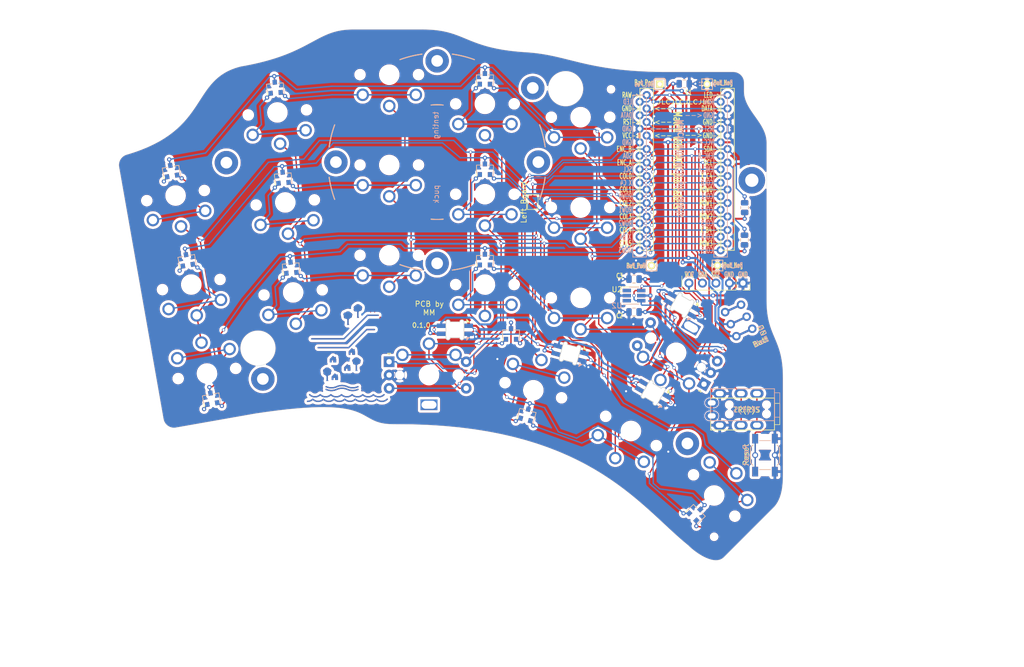
<source format=kicad_pcb>
(kicad_pcb (version 20221018) (generator pcbnew)
  (title_block (title "Hillside 46 Keyboard") (date "2022-07-23") (rev "0.1.0") (company "mmccoyd") (comment 2 "The ring and pinky columns have splays of five and ten degrees.") (comment 3 "Outer pinky column is removable, and one encoder can be in two spots.") (comment 4 "A choc-spaced split keyboard with Ferris column stagger but more thumb and pinky keys.") (comment 9 "wwwwww"))
  (layers (0 "F.Cu" signal) (31 "B.Cu" signal) (34 "B.Paste" user) (35 "F.Paste" user) (36 "B.SilkS" user "B.Silkscreen") (37 "F.SilkS" user "F.Silkscreen") (38 "B.Mask" user) (39 "F.Mask" user) (44 "Edge.Cuts" user))
  (net 0 "")
  (net 1 "row0")
  (net 2 "col0")
  (net 3 "row1")
  (net 4 "row2")
  (net 5 "col1")
  (net 6 "col2")
  (net 7 "col3")
  (net 8 "unconnected-(D4-Pad2)")
  (net 9 "col4")
  (net 10 "col5")
  (net 11 "GND")
  (net 12 "reset")
  (net 13 "VCC")
  (net 14 "data")
  (net 15 "LED")
  (net 16 "Net-(D1-Pad2)")
  (net 17 "Net-(D2-Pad2)")
  (net 18 "Net-(D3-Pad2)")
  (net 19 "unconnected-(U1-Pad11)")
  (net 20 "SDA")
  (net 21 "SCL")
  (net 22 "unconnected-(J2-PadR2)")
  (net 24 "enc_a")
  (net 25 "enc_b")
  (net 26 "Net-(D7-Pad1)")
  (net 27 "Net-(D7-Pad2)")
  (net 28 "Net-(D8-Pad1)")
  (net 29 "Net-(D8-Pad2)")
  (net 30 "Net-(D9-Pad1)")
  (net 31 "Net-(D9-Pad2)")
  (net 32 "Net-(D13-Pad2)")
  (net 33 "Net-(D13-Pad1)")
  (net 34 "Net-(D11-Pad2)")
  (net 35 "Net-(D11-Pad1)")
  (net 36 "Net-(D14-Pad2)")
  (net 37 "Net-(D14-Pad1)")
  (net 38 "Net-(D10-Pad2)")
  (net 39 "Net-(D10-Pad1)")
  (net 40 "Net-(D12-Pad2)")
  (net 41 "Net-(D12-Pad1)")
  (net 42 "Net-(D15-Pad2)")
  (net 43 "Net-(D15-Pad1)")
  (net 44 "bat+")
  (net 45 "raw")
  (net 46 "VCC_ACC")
  (net 47 "unconnected-(U1-Pad7)")
  (net 48 "row3")
  (net 49 "Net-(D19-Pad1)")
  (net 50 "Net-(D20-Pad1)")
  (net 51 "Net-(D20-Pad2)")
  (net 52 "Net-(D21-Pad1)")
  (net 53 "Net-(D21-Pad2)")
  (net 54 "Net-(D19-Pad2)")
  (footprint "hillside_basic:SK6812-MINI-E" (layer "F.Cu") (at 176.298154 98.399249 -15)
    (fp_text reference "D3")
    (fp_text value "SK6812-MINI-E" hide)
    (fp_line (start -1.7 1.5) (end -1.7 -1.5) (stroke (width 0.12)) (layer "Edge.Cuts"))
    (fp_line (start -0.9 -1.5) (end 0.9 -1.5) (stroke (width 0.12)) (layer "Edge.Cuts"))
    (fp_line (start 0.9 1.5) (end -0.9 1.5) (stroke (width 0.12)) (layer "Edge.Cuts"))
    (fp_line (start 1.7 -1.5) (end 1.7 1.5) (stroke (width 0.12)) (layer "Edge.Cuts"))
    (fp_arc (start -1.7 -1.5) (mid -1.3 -1.9) (end -0.9 -1.5) (stroke (width 0.12)) (layer "Edge.Cuts"))
    (fp_arc (start -0.9 1.5) (mid -1.3 1.9) (end -1.7 1.5) (stroke (width 0.12)) (layer "Edge.Cuts"))
    (fp_arc (start 0.9 -1.5) (mid 1.3 -1.9) (end 1.7 -1.5) (stroke (width 0.12)) (layer "Edge.Cuts"))
    (fp_arc (start 1.7 1.5) (mid 1.3 1.9) (end 0.9 1.5) (stroke (width 0.12)) (layer "Edge.Cuts"))
  )
  (footprint "hillside_basic:SK6812-MINI-E" (layer "F.Cu") (at 191.950678 105.821994 -30)
    (fp_text reference "D2")
    (fp_text value "SK6812-MINI-E" hide)
    (fp_line (start -1.7 1.5) (end -1.7 -1.5) (stroke (width 0.12)) (layer "Edge.Cuts"))
    (fp_line (start -0.9 -1.5) (end 0.9 -1.5) (stroke (width 0.12)) (layer "Edge.Cuts"))
    (fp_line (start 0.9 1.5) (end -0.9 1.5) (stroke (width 0.12)) (layer "Edge.Cuts"))
    (fp_line (start 1.7 -1.5) (end 1.7 1.5) (stroke (width 0.12)) (layer "Edge.Cuts"))
    (fp_arc (start -1.7 -1.5) (mid -1.3 -1.9) (end -0.9 -1.5) (stroke (width 0.12)) (layer "Edge.Cuts"))
    (fp_arc (start -0.9 1.5) (mid -1.3 1.9) (end -1.7 1.5) (stroke (width 0.12)) (layer "Edge.Cuts"))
    (fp_arc (start 0.9 -1.5) (mid 1.3 -1.9) (end 1.7 -1.5) (stroke (width 0.12)) (layer "Edge.Cuts"))
    (fp_arc (start 1.7 1.5) (mid 1.3 1.9) (end 0.9 1.5) (stroke (width 0.12)) (layer "Edge.Cuts"))
  )
  (footprint "hillside:MJ-4PP-9" (layer "F.Cu") (at 202.763505 109.803118 90)
    (fp_text reference "J2")
    (fp_text value "TRRS" hide)
  )
  (footprint "hillside:ProMicro_v2" (layer "F.Cu") (at 198.283505 64.263124)
    (fp_text reference "U1" hide)
    (fp_text value "ProMicro_r" hide)
  )
  (footprint "hillside:Tenting_Puck" (layer "F.Cu") (at 151.293508 62.403118)
    (fp_text reference "H1")
    (fp_text value "Mount_Tenting")
  )
  (footprint "hillside_basic:VIA-0.8mm" (layer "F.Cu") (at 188.712565 80.904015)
    (fp_text reference "V2" hide)
    (fp_text value "Via" hide)
  )
  (footprint "hillside_basic:SOT-23" (layer "F.Cu") (at 101.248685 64.019311 100)
    (fp_text reference "D7" hide)
    (fp_text value "BAV70" hide)
  )
  (footprint "hillside_basic:SOT-23" (layer "F.Cu") (at 108.802376 106.858442 100)
    (fp_text reference "D13" hide)
    (fp_text value "BAV70" hide)
  )
  (footprint "hillside:pg1350-R_hotswap" (layer "F.Cu") (at 107.977546 102.180606 10)
    (fp_text reference "K14")
    (fp_text value "SW_Key" hide)
  )
  (footprint "hillside_basic:SOT-23" (layer "F.Cu") (at 120.823595 48.373191 95)
    (fp_text reference "D8" hide)
    (fp_text value "BAV70" hide)
  )
  (footprint "hillside_basic:SOT-23" (layer "F.Cu") (at 104.209386 80.810277 100)
    (fp_text reference "D10" hide)
    (fp_text value "BAV70" hide)
  )
  (footprint "hillside:pg1350-R_hotswap" (layer "F.Cu") (at 121.233231 53.055307 -175)
    (fp_text reference "K3")
    (fp_text value "SW_Key" hide)
  )
  (footprint "hillside:pg1350-R_hotswap" (layer "F.Cu") (at 142.283511 45.943114 180)
    (fp_text reference "K4")
    (fp_text value "SW_Key" hide)
  )
  (footprint "hillside:pg1350-R_hotswap" (layer "F.Cu") (at 105.025532 85.438877 -170)
    (fp_text reference "K8")
    (fp_text value "SW_Key" hide)
  )
  (footprint "hillside_basic:SOT-23" (layer "F.Cu") (at 122.30525 65.308497 95)
    (fp_text reference "D11" hide)
    (fp_text value "BAV70" hide)
  )
  (footprint "hillside:pg1350-R_hotswap" (layer "F.Cu") (at 122.714883 69.990612 -175)
    (fp_text reference "K9")
    (fp_text value "SW_Key" hide)
  )
  (footprint "hillside:pg1350-R_hotswap" (layer "F.Cu") (at 142.283502 62.943116 180)
    (fp_text reference "K10")
    (fp_text value "SW_Key" hide)
  )
  (footprint "hillside:pg1350-R_hotswap" (layer "F.Cu") (at 124.196521 86.925917 -175)
    (fp_text reference "K15")
    (fp_text value "SW_Key" hide)
  )
  (footprint "hillside:pg1350-R_hotswap" (layer "F.Cu") (at 142.283505 79.943113 180)
    (fp_text reference "K16")
    (fp_text value "SW_Key" hide)
  )
  (footprint "hillside_basic:SOT-23" (layer "F.Cu") (at 123.7869 82.243806 95)
    (fp_text reference "D14" hide)
    (fp_text value "BAV70" hide)
  )
  (footprint "hillside_basic:SOT-23" (layer "F.Cu") (at 160.283509 46.743114 90)
    (fp_text reference "D9" hide)
    (fp_text value "BAV70" hide)
  )
  (footprint "hillside_basic:SOT-23" (layer "F.Cu") (at 160.283509 63.743112 90)
    (fp_text reference "D12" hide)
    (fp_text value "BAV70" hide)
  )
  (footprint "hillside_basic:SOT-23" (layer "F.Cu") (at 160.28351 80.743112 90)
    (fp_text reference "D15" hide)
    (fp_text value "BAV70" hide)
  )
  (footprint "hillside:pg1350-R_hotswap" (layer "F.Cu") (at 160.283508 51.443123 180)
    (fp_text reference "K5")
    (fp_text value "SW_Key" hide)
  )
  (footprint "hillside:pg1350-R_hotswap" (layer "F.Cu") (at 178.28351 53.943113 180)
    (fp_text reference "K6")
    (fp_text value "SW_Key" hide)
  )
  (footprint "hillside:pg1350-R_hotswap" (layer "F.Cu") (at 160.283498 68.443118 180)
    (fp_text reference "K11")
    (fp_text value "SW_Key" hide)
  )
  (footprint "hillside:pg1350-R_hotswap" (layer "F.Cu") (at 178.283504 70.943116 180)
    (fp_text reference "K12")
    (fp_text value "SW_Key" hide)
  )
  (footprint "hillside:pg1350-R_hotswap" (layer "F.Cu") (at 160.283505 85.443113 180)
    (fp_text reference "K17")
    (fp_text value "SW_Key" hide)
  )
  (footprint "hillside:pg1350-R_hotswap" (layer "F.Cu") (at 178.283506 87.943113 180)
    (fp_text reference "K18")
    (fp_text value "SW_Key" hide)
  )
  (footprint "hillside:pg1350-DR_rotary_hotswap" (layer "F.Cu") (at 149.757381 106.965637)
    (fp_text reference "K20" hide)
    (fp_text value "SW_Rotary")
  )
  (footprint "hillside:pg1350-R_hotswap" (layer "F.Cu") (at 102.073514 68.697145 -170)
    (fp_text reference "K2")
    (fp_text value "SW_Key" hide)
  )
  (footprint "hillside_basic:SOT-23" (layer "F.Cu") (at 168.177064 109.869635 75)
    (fp_text reference "D20" hide)
    (fp_text value "BAV70" hide)
  )
  (footprint "hillside:pg1350-R_hotswap" (layer "F.Cu") (at 187.761789 112.993035 150)
    (fp_text reference "K22")
    (fp_text value "SW_Key" hide)
  )
  (footprint "hillside_basic:SOT-23" (layer "F.Cu") (at 200.100451 128.457766 45)
    (fp_text reference "D21" hide)
    (fp_text value "BAV70" hide)
  )
  (footprint "hillside_basic:SOT-23" (layer "F.Cu") (at 165.193506 94.743122 90)
    (fp_text reference "D19" hide)
    (fp_text value "BAV70" hide)
  )
  (footprint "hillside:pg1350-DR_rotary_hotswap" (layer "F.Cu") (at 198.511785 94.37349 150)
    (fp_text reference "K19" hide)
    (fp_text value "SW_Rotary")
  )
  (footprint "hillside:pg1350-R_hotswap" (layer "F.Cu") (at 203.423857 125.134359 -45)
    (fp_text reference "K23")
    (fp_text value "SW_Key" hide)
  )
  (footprint "hillside_basic:SK6812-MINI-E" (layer "F.Cu") (at 154.640842 93.959037)
    (fp_text reference "D4")
    (fp_text value "SK6812-MINI-E" hide)
    (fp_line (start -1.7 1.5) (end -1.7 -1.5) (stroke (width 0.12)) (layer "Edge.Cuts"))
    (fp_line (start -0.9 -1.5) (end 0.9 -1.5) (stroke (width 0.12)) (layer "Edge.Cuts"))
    (fp_line (start 0.9 1.5) (end -0.9 1.5) (stroke (width 0.12)) (layer "Edge.Cuts"))
    (fp_line (start 1.7 -1.5) (end 1.7 1.5) (stroke (width 0.12)) (layer "Edge.Cuts"))
    (fp_arc (start -1.7 -1.5) (mid -1.3 -1.9) (end -0.9 -1.5) (stroke (width 0.12)) (layer "Edge.Cuts"))
    (fp_arc (start -0.9 1.5) (mid -1.3 1.9) (end -1.7 1.5) (stroke (width 0.12)) (layer "Edge.Cuts"))
    (fp_arc (start 0.9 -1.5) (mid 1.3 -1.9) (end 1.7 -1.5) (stroke (width 0.12)) (layer "Edge.Cuts"))
    (fp_arc (start 1.7 1.5) (mid 1.3 1.9) (end 0.9 1.5) (stroke (width 0.12)) (layer "Edge.Cuts"))
  )
  (footprint "hillside_basic:SK6812-MINI-E" (layer "F.Cu") (at 197.384959 89.33551 -30)
    (fp_text reference "D1")
    (fp_text value "SK6812-MINI-E" hide)
    (fp_line (start -1.7 1.5) (end -1.7 -1.5) (stroke (width 0.12)) (layer "Edge.Cuts"))
    (fp_line (start -0.9 -1.5) (end 0.9 -1.5) (stroke (width 0.12)) (layer "Edge.Cuts"))
    (fp_line (start 0.9 1.5) (end -0.9 1.5) (stroke (width 0.12)) (layer "Edge.Cuts"))
    (fp_line (start 1.7 -1.5) (end 1.7 1.5) (stroke (width 0.12)) (layer "Edge.Cuts"))
    (fp_arc (start -1.7 -1.5) (mid -1.3 -1.9) (end -0.9 -1.5) (stroke (width 0.12)) (layer "Edge.Cuts"))
    (fp_arc (start -0.9 1.5) (mid -1.3 1.9) (end -1.7 1.5) (stroke (width 0.12)) (layer "Edge.Cuts"))
    (fp_arc (start 0.9 -1.5) (mid 1.3 -1.9) (end 1.7 -1.5) (stroke (width 0.12)) (layer "Edge.Cuts"))
    (fp_arc (start 1.7 1.5) (mid 1.3 1.9) (end 0.9 1.5) (stroke (width 0.12)) (layer "Edge.Cuts"))
  )
  (footprint "hillside_basic:1pin_conn" (layer "F.Cu") (at 202.083509 47.73311)
    (fp_text reference "J4")
    (fp_text value "Bat_Neg")
  )
  (footprint "Jumper:SolderJumper-2_P1.3mm_Bridged_RoundedPad1.0x1.5mm" (layer "F.Cu") (at 210.51351 60.723113 -90)
    (fp_text reference "JP1")
    (fp_text value "VccJumper")
  )
  (footprint "hillside_basic:R_0805_2012Metric" (layer "F.Cu") (at 209.153508 70.963119 90)
    (fp_text reference "R2")
    (fp_text value "4.7k")
  )
  (footprint "hillside:Pimoroni_Haptic" (layer "F.Cu") (at 203.753508 74.070612)
    (fp_text reference "J1" hide)
    (fp_text value "Haptic" hide)
  )
  (footprint "hillside_basic:VIA-0.8mm" (layer "F.Cu") (at 186.840843 105.517972 95)
    (fp_text reference "V3" hide)
    (fp_text value "Via" hide)
  )
  (footprint "hillside_basic:VIA-0.8mm" (layer "F.Cu") (at 194.783504 116.893117)
    (fp_text reference "V4" hide)
    (fp_text value "Via" hide)
  )
  (footprint "hillside_basic:VIA-0.8mm" (layer "F.Cu") (at 162.623505 99.453116)
    (fp_text reference "V5" hide)
    (fp_text value "Via" hide)
  )
  (footprint "hillside_basic:C_0805_2012Metric" (layer "F.Cu") (at 197.783512 47.663121)
    (fp_text reference "C1")
    (fp_text value "4u7")
  )
  (footprint "hillside_basic:SW_SPST_SKQG_WithStem" (layer "F.Cu") (at 212.983508 117.543112 90)
    (fp_text reference "SW1")
    (fp_text value "SKQGAFE010")
  )
  (footprint "hillside_basic:SW_SPDT_JS202011AQN" (layer "F.Cu") (at 208.033507 92.19311 -65)
    (fp_text reference "SW2")
    (fp_text value "SW_Power" hide)
  )
  (footprint "hillside:Hillside_Logo" (layer "F.Cu") (at 133.896461 98.910014)
    (fp_text reference "H3")
    (fp_text value "Logo")
  )
  (footprint "hillside:MountingHole_2.2mm_with_PCB_insert_rings" (layer "F.Cu") (at 111.635043 62.505777)
    (fp_text reference "H4" hide)
    (fp_text value "MountHole" hide)
  )
  (footprint "hillside:MountingHole_2.2mm_with_PCB_insert_rings" (layer "F.Cu") (at 118.496069 103.206263)
    (fp_text reference "H5" hide)
    (fp_text value "MountHole" hide)
  )
  (footprint "hillside:MountingHole_2.2mm_with_PCB_insert_rings" (layer "F.Cu") (at 198.383507 115.343125)
    (fp_text reference "H6" hide)
    (fp_text value "MountHole" hide)
  )
  (footprint "hillside:MountingHole_2.2mm_with_PCB_insert_rings" (layer "F.Cu") (at 169.283508 48.443113)
    (fp_text reference "H7" hide)
    (fp_text value "MountHole" hide)
  )
  (footprint "hillside_basic:R_0805_2012Metric" (layer "F.Cu") (at 209.12851 77.06311 90)
    (fp_text reference "R1")
    (fp_text value "4.7k")
  )
  (footprint "hillside_basic:1pin_conn" (layer "F.Cu") (at 193.183505 47.733116)
    (fp_text reference "J3")
    (fp_text value "Bat_Pos")
  )
  (footprint "hillside_basic:1pin_conn" (layer "F.Cu") (at 191.633512 81.86312)
    (fp_text reference "J5")
    (fp_text value "Bat_Pos")
  )
  (footprint "hillside:Bumpon" (layer "F.Cu") (at 133.193508 42.115929)
    (fp_text reference "H14" hide)
    (fp_text value "Bumpon")
  )
  (footprint "hillside:Bumpon" (layer "F.Cu") (at 164.830774 109.149617)
    (fp_text reference "H8" hide)
    (fp_text value "Bumpon")
  )
  (footprint "hillside:Bumpon" (layer "F.Cu") (at 202.512564 131.204009)
    (fp_text reference "H16" hide)
    (fp_text value "Bumpon")
  )
  (footprint "hillside:Bumpon" (layer "F.Cu") (at 199.143507 52.565925)
    (fp_text reference "H21" hide)
    (fp_text value "Bumpon")
  )
  (footprint "Jumper:SolderJumper-2_P1.3mm_Open_TrianglePad1.0x1.5mm" (layer "F.Cu") (at 169.283509 69.918121 -90)
    (fp_text reference "JP2")
    (fp_text value "Left_Board")
  )
  (footprint "hillside:Bumpon" (layer "F.Cu") (at 199.043509 78.065925)
    (fp_text reference "H22" hide)
    (fp_text value "Bumpon")
  )
  (footprint "hillside_basic:1pin_conn" (layer "F.Cu") (at 204.043507 81.863118 180)
    (fp_text reference "J6")
    (fp_text value "Bat_Neg")
  )
  (footprint "hillside:Bumpon" (layer "F.Cu") (at 212.012566 117.30401)
    (fp_text reference "H18" hide)
    (fp_text value "Bumpon")
  )
  (footprint "hillside_basic:C_0805_2012Metric" (layer "F.Cu") (at 188.340842 84.417978)
    (fp_text reference "C3")
    (fp_text value "4u7")
  )
  (footprint "hillside_basic:C_0805_2012Metric" (layer "F.Cu") (at 188.340842 90.617975)
    (fp_text reference "C2")
    (fp_text value "4u7")
  )
  (footprint "hillside_basic:ToolingHole_1.152mm" (layer "F.Cu") (at 203.412559 132.904012)
    (fp_text reference "H25" hide)
    (fp_text value "ToolingHole")
  )
  (footprint "hillside_basic:ToolingHole_1.152mm" (layer "F.Cu") (at 184.012565 48.70401)
    (fp_text reference "H23" hide)
    (fp_text value "ToolingHole")
  )
  (footprint "hillside:Bumpon" (layer "F.Cu") (at 194.312565 122.804009)
    (fp_text reference "H19" hide)
    (fp_text value "Bumpon")
  )
  (footprint "hillside:Bumpon" (layer "F.Cu") (at 129.912566 103.604014 10)
    (fp_text reference "H11" hide)
    (fp_text value "Bumpon")
  )
  (footprint "hillside:Bumpon" (layer "F.Cu") (at 176.543507 47.815928)
    (fp_text reference "H17" hide)
    (fp_text value "Bumpon")
  )
  (footprint "hillside:pg1350-R_hotswap" (layer "F.Cu") (at 169.393504 105.329776 -15)
    (fp_text reference "K21")
    (fp_text value "SW_Key" hide)
  )
  (footprint "hillside:Bumpon" (layer "F.Cu") (at 117.18756 48.454015 10)
    (fp_text reference "H9" hide)
    (fp_text value "Bumpon")
  )
  (footprint "hillside_basic:SOT-23-6_Handsoldering_threenumbered" (layer "F.Cu") (at 188.340837 87.517976)
    (fp_text reference "U2")
    (fp_text value "SRV05-4")
  )
  (footprint "hillside_basic:VIA-0.8mm" (layer "F.Cu") (at 188.212565 92.904013)
    (fp_text reference "V1" hide)
    (fp_text value "Via" hide)
  )
  (footprint "hillside:Bumpon" (layer "F.Cu") (at 151.543508 42.115929)
    (fp_text reference "H20" hide)
    (fp_text value "Bumpon")
  )
  (gr_line (start 148.412566 37.443115) (end 135.293502 37.443124) (stroke (width 0.05)) (layer "Edge.Cuts"))
  (gr_line (start 214.509983 127.476977) (end 205.228743 136.761103) (stroke (width 0.05)) (layer "Edge.Cuts"))
  (gr_arc (start 207.03351 45.443114) (mid 208.447757 46.028888) (end 209.033499 47.443116) (stroke (width 0.05)) (layer "Edge.Cuts"))
  (gr_line (start 216.358829 121.233863) (end 216.358834 102.910105) (stroke (width 0.05)) (layer "Edge.Cuts"))
  (gr_line (start 213.283511 88.453121) (end 213.283505 58.738648) (stroke (width 0.05)) (layer "Edge.Cuts"))
  (gr_curve (pts (xy 167.962564 41.729008) (xy 156.287565 41.004009) (xy 156.812563 37.404009) (xy 148.412566 37.443115)) (stroke (width 0.05)) (layer "Edge.Cuts"))
  (gr_curve (pts (xy 214.509983 127.476977) (xy 216.203508 125.853121) (xy 216.353508 123.083119) (xy 216.358829 121.233863)) (stroke (width 0.05)) (layer "Edge.Cuts"))
  (gr_curve (pts (xy 114.262564 44.429009) (xy 104.735391 46.862189) (xy 108.672399 56.301946) (xy 93.068377 60.95525)) (stroke (width 0.05)) (layer "Edge.Cuts"))
  (gr_curve (pts (xy 193.8335 45.443122) (xy 179.012566 45.30401) (xy 176.012564 42.204015) (xy 167.962564 41.729008)) (stroke (width 0.05)) (layer "Edge.Cuts"))
  (gr_curve (pts (xy 198.548504 134.52312) (xy 189.216105 127.020613) (xy 179.370431 111.494416) (xy 143.096457 111.720015)) (stroke (width 0.05)) (layer "Edge.Cuts"))
  (gr_curve (pts (xy 213.283505 58.738648) (xy 213.283509 54.993115) (xy 209.033508 52.693114) (xy 209.03351 49.10312)) (stroke (width 0.05)) (layer "Edge.Cuts"))
  (gr_line (start 117.114478 109.708354) (end 102.130728 112.350397) (stroke (width 0.05)) (layer "Edge.Cuts"))
  (gr_arc (start 102.130728 112.350397) (mid 100.636279 112.019085) (end 99.813816 110.728078) (stroke (width 0.05)) (layer "Edge.Cuts"))
  (gr_line (start 209.033499 47.443116) (end 209.03351 49.10312) (stroke (width 0.05)) (layer "Edge.Cuts"))
  (gr_curve (pts (xy 143.096457 111.720015) (xy 135.426458 111.730013) (xy 140.806462 106.120011) (xy 117.114478 109.708354)) (stroke (width 0.05)) (layer "Edge.Cuts"))
  (gr_curve (pts (xy 216.358834 102.910105) (xy 216.358827 95.443118) (xy 213.283508 95.443118) (xy 213.283511 88.453121)) (stroke (width 0.05)) (layer "Edge.Cuts"))
  (gr_curve (pts (xy 135.293502 37.443124) (xy 128.237561 37.529011) (xy 127.787564 42.104013) (xy 114.262564 44.429009)) (stroke (width 0.05)) (layer "Edge.Cuts"))
  (gr_circle (center 117.580553 97.406397) (end 120.832383 96.83301) (stroke (width 0.05)) (fill none) (layer "Edge.Cuts"))
  (gr_line (start 99.813816 110.728078) (end 91.471211 63.414814) (stroke (width 0.05)) (layer "Edge.Cuts"))
  (gr_line (start 207.03351 45.443114) (end 193.8335 45.443122) (stroke (width 0.05)) (layer "Edge.Cuts"))
  (gr_arc (start 91.471211 63.414814) (mid 91.748116 61.846271) (end 93.068377 60.95525) (stroke (width 0.05)) (layer "Edge.Cuts"))
  (gr_circle (center 175.468494 48.586567) (end 178.720325 48.013177) (stroke (width 0.05)) (fill none) (layer "Edge.Cuts"))
  (gr_curve (pts (xy 205.228743 136.761103) (xy 203.503499 138.423116) (xy 199.973507 135.963114) (xy 198.548504 134.52312)) (stroke (width 0.05)) (layer "Edge.Cuts"))
  (gr_text "Hillside\n  46 " (at 137.312562 91.20401) (layer "F.Cu") (effects (font (size 1.8 1.6) (thickness 0.24)) (justify left)))
  (gr_text "0.1.0" (at 146.493509 93.104008) (layer "F.SilkS") (effects (font (size 0.9 0.9) (thickness 0.153)) (justify left)))
  (gr_text "PCB by\n  MM" (at 147.012566 89.904012) (layer "F.SilkS") (effects (font (size 1 1) (thickness 0.153)) (justify left)))
  (gr_text "JLCJLCJLCJLC" (at 197.812565 51.104011) (layer "F.SilkS") (effects (font (size 0.81 1))))
  (segment (start 190.578828 68.851522) (end 190.562416 68.83512) (width 0.254) (layer "F.Cu") (net 1))
  (segment (start 190.562416 68.83512) (end 189.393507 68.835122) (width 0.254) (layer "F.Cu") (net 1))
  (segment (start 181.770632 56.974924) (end 181.440636 56.644926) (width 0.254) (layer "F.Cu") (net 1))
  (segment (start 181.787027 62.705258) (end 181.770633 62.688877) (width 0.254) (layer "F.Cu") (net 1))
  (segment (start 181.770633 62.688877) (end 181.770632 56.974924) (width 0.254) (layer "F.Cu") (net 1))
  (segment (start 185.097469 68.457205) (end 181.787026 65.146761) (width 0.254) (layer "F.Cu") (net 1))
  (segment (start 181.787026 65.146761) (end 181.787027 62.705258) (width 0.254) (layer "F.Cu") (net 1))
  (via (at 181.440636 56.644926) (size 0.6) (drill 0.4) (layers "F.Cu" "B.Cu") (net 1))
  (via (at 185.097469 68.457205) (size 0.6) (drill 0.4) (layers "F.Cu" "B.Cu") (net 1))
  (via (at 190.578828 68.851522) (size 0.6) (drill 0.4) (layers "F.Cu" "B.Cu") (net 1))
  (segment (start 107.729125 60.676865) (end 107.715861 60.695799) (width 0.254) (layer "B.Cu") (net 1))
  (segment (start 181.440636 56.644926) (end 181.037309 56.241605) (width 0.254) (layer "B.Cu") (net 1))
  (segment (start 189.393005 68.834618) (end 189.393507 68.835122) (width 0.254) (layer "B.Cu") (net 1))
  (segment (start 120.636215 46.23137) (end 119.788066 46.305572) (width 0.254) (layer "B.Cu") (net 1))
  (segment (start 155.723714 48.124928) (end 131.482257 48.124929) (width 0.254) (layer "B.Cu") (net 1))
  (segment (start 159.255524 44.593117) (end 155.723714 48.124928) (width 0.254) (layer "B.Cu") (net 1))
  (segment (start 131.482257 48.124929) (end 124.796193 48.709886) (width 0.254) (layer "B.Cu") (net 1))
  (segment (start 181.037309 56.241605) (end 173.301995 56.241604) (width 0.254) (layer "B.Cu") (net 1))
  (segment (start 107.715861 60.695799) (end 100.875343 61.901966) (width 0.254) (layer "B.Cu") (net 1))
  (segment (start 185.097469 68.457205) (end 185.474884 68.83462) (width 0.254) (layer "B.Cu") (net 1))
  (segment (start 121.728531 46.135808) (end 120.636215 46.23137) (width 0.254) (layer "B.Cu") (net 1))
  (segment (start 161.653505 44.593115) (end 159.255524 44.593117) (width 0.254) (layer "B.Cu") (net 1))
  (segment (start 192.405 67.565115) (end 205.939906 67.56512) (width 0.254) (layer "B.Cu") (net 1))
  (segment (start 173.301995 56.241604) (end 161.653505 44.593115) (width 0.254) (layer "B.Cu") (net 1))
  (segment (start 190.578828 68.851522) (end 191.118591 68.851528) (width 0.254) (layer "B.Cu") (net 1))
  (segment (start 119.788066 46.305572) (end 107.729125 60.676865) (width 0.254) (layer "B.Cu") (net 1))
  (segment (start 191.118591 68.851528) (end 192.405 67.565115) (width 0.254) (layer "B.Cu") (net 1))
  (segment (start 185.474884 68.83462) (end 189.393005 68.834618) (width 0.254) (layer "B.Cu") (net 1))
  (segment (start 124.796193 48.709886) (end 121.728531 46.135808) (width 0.254) (layer "B.Cu") (net 1))
  (segment (start 191.554774 65.859982) (end 190.719911 65.025117) (width 0.254) (layer "F.Cu") (net 2))
  (segment (start 169.283693 66.562348) (end 169.283506 66.562535) (width 0.254) (layer "F.Cu") (net 2))
  (segment (start 169.283506 66.562535) (end 169.28351 69.193118) (width 0.254) (layer "F.Cu") (net 2))
  (segment (start 191.554773 66.615646) (end 191.554774 65.859982) (width 0.254) (layer "F.Cu") (net 2))
  (via (at 169.283693 66.562348) (size 0.6) (drill 0.4) (layers "F.Cu" "B.Cu") (net 2))
  (via (at 191.554773 66.615646) (size 0.6) (drill 0.4) (layers "F.Cu" "B.Cu") (net 2))
  (segment (start 169.283693 66.562348) (end 171.634307 66.562347) (width 0.254) (layer "B.Cu") (net 2))
  (segment (start 191.554773 66.615646) (end 191.875291 66.295117) (width 0.254) (layer "B.Cu") (net 2))
  (segment (start 171.634307 66.562347) (end 173.171537 65.025118) (width 0.254) (layer "B.Cu") (net 2))
  (segment (start 173.171537 65.025118) (end 190.719911 65.025117) (width 0.254) (layer "B.Cu") (net 2))
  (segment (start 191.875291 66.295117) (end 204.633511 66.295117) (width 0.254) (layer "B.Cu") (net 2))
  (segment (start 190.567359 71.375119) (end 190.583277 71.391039) (width 0.254) (layer "F.Cu") (net 3))
  (segment (start 184.047471 68.507205) (end 186.915385 71.375119) (width 0.254) (layer "F.Cu") (net 3))
  (segment (start 186.915385 71.375119) (end 190.567359 71.375119) (width 0.254) (layer "F.Cu") (net 3))
  (via (at 184.047471 68.507205) (size 0.6) (drill 0.4) (layers "F.Cu" "B.Cu") (net 3))
  (via (at 190.583277 71.391039) (size 0.6) (drill 0.4) (layers "F.Cu" "B.Cu") (net 3))
  (segment (start 191.079089 71.391037) (end 192.365005 70.105118) (width 0.254) (layer "B.Cu") (net 3))
  (segment (start 160.28351 61.593115) (end 160.273511 61.583114) (width 0.254) (layer "B.Cu") (net 3))
  (segment (start 131.725004 58.790156) (end 131.716944 58.79086) (width 0.254) (layer "B.Cu") (net 3))
  (segment (start 131.716944 58.79086) (end 128.514811 62.607021) (width 0.254) (layer "B.Cu") (net 3))
  (segment (start 155.6373 61.583117) (end 152.30878 58.790151) (width 0.254) (layer "B.Cu") (net 3))
  (segment (start 190.583277 71.391039) (end 191.079089 71.391037) (width 0.254) (layer "B.Cu") (net 3))
  (segment (start 192.365005 70.105118) (end 205.939907 70.105116) (width 0.254) (layer "B.Cu") (net 3))
  (segment (start 108.346755 77.906349) (end 108.247977 77.914998) (width 0.254) (layer "B.Cu") (net 3))
  (segment (start 168.147593 68.357205) (end 161.383507 61.593118) (width 0.254) (layer "B.Cu") (net 3))
  (segment (start 128.514811 62.607021) (end 120.603654 63.299154) (width 0.254) (layer "B.Cu") (net 3))
  (segment (start 161.383507 61.593118) (end 160.28351 61.593115) (width 0.254) (layer "B.Cu") (net 3))
  (segment (start 183.897471 68.357205) (end 168.147593 68.357205) (width 0.254) (layer "B.Cu") (net 3))
  (segment (start 152.30878 58.790151) (end 131.725004 58.790156) (width 0.254) (layer "B.Cu") (net 3))
  (segment (start 160.273511 61.583114) (end 155.6373 61.583117) (width 0.254) (layer "B.Cu") (net 3))
  (segment (start 184.047471 68.507205) (end 183.897471 68.357205) (width 0.254) (layer "B.Cu") (net 3))
  (segment (start 108.247977 77.914998) (end 103.836039 78.692941) (width 0.254) (layer "B.Cu") (net 3))
  (segment (start 120.603654 63.299154) (end 108.346755 77.906349) (width 0.254) (layer "B.Cu") (net 3))
  (segment (start 110.228111 102.986013) (end 109.134134 96.781724) (width 0.254) (layer "F.Cu") (net 4))
  (segment (start 186.533507 78.193119) (end 186.5335 75.413117) (width 0.254) (layer "F.Cu") (net 4))
  (segment (start 108.429024 104.741105) (end 109.0795 104.626412) (width 0.254) (layer "F.Cu") (net 4))
  (segment (start 190.533511 73.933114) (end 190.51551 73.915114) (width 0.254) (layer "F.Cu") (net 4))
  (segment (start 109.0795 104.626412) (end 110.077582 103.200995) (width 0.254) (layer "F.Cu") (net 4))
  (segment (start 186.5335 75.413117) (end 188.031503 73.915117) (width 0.254) (layer "F.Cu") (net 4))
  (segment (start 109.134134 96.781724) (end 111.092614 93.984721) (width 0.254) (layer "F.Cu") (net 4))
  (segment (start 110.077582 103.200995) (end 110.228111 102.986013) (width 0.254) (layer "F.Cu") (net 4))
  (segment (start 190.51551 73.915114) (end 189.393507 73.915109) (width 0.254) (layer "F.Cu") (net 4))
  (segment (start 188.031503 73.915117) (end 189.393507 73.915109) (width 0.254) (layer "F.Cu") (net 4))
  (via (at 190.533511 73.933114) (size 0.6) (drill 0.4) (layers "F.Cu" "B.Cu") (net 4))
  (via (at 111.092614 93.984721) (size 0.6) (drill 0.4) (layers "F.Cu" "B.Cu") (net 4))
  (via (at 186.533507 78.193119) (size 0.6) (drill 0.4) (layers "F.Cu" "B.Cu") (net 4))
  (segment (start 192.34044 72.645111) (end 205.939904 72.645113) (width 0.254) (layer "B.Cu") (net 4))
  (segment (start 162.521594 79.411204) (end 185.31542 79.411205) (width 0.254) (layer "B.Cu") (net 4))
  (segment (start 121.807737 80.258749) (end 133.023518 79.277493) (width 0.254) (layer "B.Cu") (net 4))
  (segment (start 185.31542 79.411205) (end 186.533507 78.193119) (width 0.254) (layer "B.Cu") (net 4))
  (segment (start 111.740853 93.058942) (end 111.735288 93.027369) (width 0.254) (layer "B.Cu") (net 4))
  (segment (start 111.735288 93.027369) (end 114.970294 88.407304) (width 0.254) (layer "B.Cu") (net 4))
  (segment (start 160.293507 78.603111) (end 161.713503 78.603114) (width 0.254) (layer "B.Cu") (net 4))
  (segment (start 190.533511 73.933114) (end 191.052446 73.933119) (width 0.254) (layer "B.Cu") (net 4))
  (segment (start 145.183505 78.593116) (end 160.283506 78.593116) (width 0.254) (layer "B.Cu") (net 4))
  (segment (start 111.092614 93.984721) (end 111.740853 93.058942) (width 0.254) (layer "B.Cu") (net 4))
  (segment (start 161.713503 78.603114) (end 162.521594 79.411204) (width 0.254) (layer "B.Cu") (net 4))
  (segment (start 134.434415 77.866588) (end 144.456984 77.866597) (width 0.254) (layer "B.Cu") (net 4))
  (segment (start 114.970294 88.407304) (end 121.807737 80.258749) (width 0.254) (layer "B.Cu") (net 4))
  (segment (start 191.052446 73.933119) (end 192.34044 72.645111) (width 0.254) (layer "B.Cu") (net 4))
  (segment (start 144.456984 77.866597) (end 145.183505 78.593116) (width 0.254) (layer "B.Cu") (net 4))
  (segment (start 133.023518 79.277493) (end 134.434415 77.866588) (width 0.254) (layer "B.Cu") (net 4))
  (segment (start 160.283506 78.593116) (end 160.293507 78.603111) (width 0.254) (layer "B.Cu") (net 4))
  (segment (start 107.006998 78.996923) (end 107.018586 79.00504) (width 0.254) (layer "F.Cu") (net 5))
  (segment (start 157.583504 60.519615) (end 157.583507 91.1278) (width 0.254) (layer "F.Cu") (net 5))
  (segment (start 107.015119 78.985349) (end 107.006998 78.996923) (width 0.254) (layer "F.Cu") (net 5))
  (segment (start 106.666078 77.005874) (end 103.098038 74.507505) (width 0.254) (layer "F.Cu") (net 5))
  (segment (start 191.697296 68.542516) (end 190.719905 67.565114) (width 0.254) (layer "F.Cu") (net 5))
  (segment (start 106.953021 96.370233) (end 106.953025 96.37024) (width 0.254) (layer "F.Cu") (net 5))
  (segment (start 106.691521 77.150151) (end 106.666078 77.005874) (width 0.254) (layer "F.Cu") (net 5))
  (segment (start 160.140842 95.517972) (end 159.140843 96.517978) (width 0.254) (layer "F.Cu") (net 5))
  (segment (start 149.757376 99.24883) (end 155.474192 104.965637) (width 0.254) (layer "F.Cu") (net 5))
  (segment (start 106.678232 77.074816) (end 107.015119 78.985349) (width 0.254) (layer "F.Cu") (net 5))
  (segment (start 149.757383 96.565643) (end 149.757376 99.24883) (width 0.254) (layer "F.Cu") (net 5))
  (segment (start 107.018586 79.00504) (end 108.548428 87.681196) (width 0.254) (layer "F.Cu") (net 5))
  (segment (start 160.140841 93.685137) (end 160.140842 95.517972) (width 0.254) (layer "F.Cu") (net 5))
  (segment (start 191.697296 69.242828) (end 191.697296 68.542516) (width 0.254) (layer "F.Cu") (net 5))
  (segment (start 155.474192 104.965637) (end 156.757384 104.965642) (width 0.254) (layer "F.Cu") (net 5))
  (segment (start 157.583507 91.1278) (end 160.140841 93.685137) (width 0.254) (layer "F.Cu") (net 5))
  (segment (start 106.050057 91.249235) (end 106.953021 96.370233) (width 0.254) (layer "F.Cu") (net 5))
  (segment (start 108.548428 87.681196) (end 106.050057 91.249235) (width 0.254) (layer "F.Cu") (net 5))
  (via (at 191.697296 69.242828) (size 0.6) (drill 0.4) (layers "F.Cu" "B.Cu") (net 5))
  (via (at 106.691521 77.150151) (size 0.6) (drill 0.4) (layers "F.Cu" "B.Cu") (net 5))
  (via (at 157.583504 60.519615) (size 0.6) (drill 0.4) (layers "F.Cu" "B.Cu") (net 5))
  (via (at 159.140843 96.517978) (size 0.6) (drill 0.4) (layers "F.Cu" "B.Cu") (net 5))
  (segment (start 185.625505 67.565114) (end 168.779964 67.565114) (width 0.254) (layer "B.Cu") (net 5))
  (segment (start 192.105009 68.83511) (end 204.633502 68.835117) (width 0.254) (layer "B.Cu") (net 5))
  (segment (start 107.276005 77.04709) (end 106.691521 77.150151) (width 0.254) (layer "B.Cu") (net 5))
  (segment (start 159.140843 96.517978) (end 159.093175 96.56564) (width 0.254) (layer "B.Cu") (net 5))
  (segment (start 185.625508 67.565116) (end 185.625505 67.565114) (width 0.254) (layer "B.Cu") (net 5))
  (segment (start 126.215406 61.827983) (end 119.557596 62.410469) (width 0.254) (layer "B.Cu") (net 5))
  (segment (start 156.592133 60.523117) (end 154.405652 58.336636) (width 0.254) (layer "B.Cu") (net 5))
  (segment (start 129.144989 58.336634) (end 126.215406 61.827983) (width 0.254) (layer "B.Cu") (net 5))
  (segment (start 190.719905 67.565114) (end 185.625508 67.565116) (width 0.254) (layer "B.Cu") (net 5))
  (segment (start 191.697296 69.242828) (end 192.105009 68.83511) (width 0.254) (layer "B.Cu") (net 5))
  (segment (start 168.779964 67.565114) (end 161.737964 60.523115) (width 0.254) (layer "B.Cu") (net 5))
  (segment (start 119.557596 62.410469) (end 107.276005 77.04709) (width 0.254) (layer "B.Cu") (net 5))
  (segment (start 159.093175 96.56564) (end 149.757387 96.565641) (width 0.254) (layer "B.Cu") (net 5))
  (segment (start 154.405652 58.336636) (end 129.144989 58.336634) (width 0.254) (layer "B.Cu") (net 5))
  (segment (start 161.737964 60.523115) (end 156.592133 60.523117) (width 0.254) (layer "B.Cu") (net 5))
  (segment (start 169.073503 94.903117) (end 169.073509 97.783788) (width 0.254) (layer "F.Cu") (net 6))
  (segment (start 169.94747 72.207203) (end 171.556503 70.598173) (width 0.254) (layer "F.Cu") (net 6))
  (segment (start 169.947471 76.457204) (end 169.737022 76.66765) (width 0.254) (layer "F.Cu") (net 6))
  (segment (start 126.251645 78.404385) (end 123.229103 75.868164) (width 0.254) (layer "F.Cu") (net 6))
  (segment (start 169.737022 76.66765) (end 169.737022 94.239593) (width 0.254) (layer "F.Cu") (net 6))
  (segment (start 127.246969 89.780928) (end 126.251645 78.404385) (width 0.254) (layer "F.Cu") (net 6))
  (segment (start 124.672496 61.387256) (end 121.747455 58.932854) (width 0.254) (layer "F.Cu") (net 6))
  (segment (start 191.757296 71.142504) (end 190.719905 70.105113) (width 0.254) (layer "F.Cu") (net 6))
  (segment (start 169.947469 76.257205) (end 169.947471 76.457204) (width 0.254) (layer "F.Cu") (net 6))
  (segment (start 123.229103 75.868164) (end 125.6835 72.943115) (width 0.254) (layer "F.Cu") (net 6))
  (segment (start 127.246969 89.780928) (end 124.710746 92.803477) (width 0.254) (layer "F.Cu") (net 6))
  (segment (start 125.6835 72.943115) (end 124.672496 61.387256) (width 0.254) (layer "F.Cu") (net 6))
  (segment (start 169.073509 97.783788) (end 170.920537 99.630818) (width 0.254) (layer "F.Cu") (net 6))
  (segment (start 171.556503 70.598173) (end 171.556501 70.026366) (width 0.254) (layer "F.Cu") (net 6))
  (segment (start 191.757292 71.762828) (end 191.757296 71.142504) (width 0.254) (layer "F.Cu") (net 6))
  (segment (start 169.737022 94.239593) (end 169.073503 94.903117) (width 0.254) (layer "F.Cu") (net 6))
  (segment (start 171.556501 70.026366) (end 171.963767 69.619102) (width 0.254) (layer "F.Cu") (net 6))
  (segment (start 169.947469 76.257205) (end 169.94747 72.207203) (width 0.254) (layer "F.Cu") (net 6))
  (via (at 169.947469 76.257205) (size 0.6) (drill 0.4) (layers "F.Cu" "B.Cu") (net 6))
  (via (at 191.757292 71.762828) (size 0.6) (drill 0.4) (layers "F.Cu" "B.Cu") (net 6))
  (via (at 125.504137 77.777143) (size 0.6) (drill 0.4) (layers "F.Cu" "B.Cu") (net 6))
  (via (at 171.963767 69.619102) (size 0.6) (drill 0.4) (layers "F.Cu" "B.Cu") (net 6))
  (segment (start 171.963767 69.619102) (end 172.716754 68.866115) (width 0.254) (layer "B.Cu") (net 6))
  (segment (start 191.757292 71.762828) (end 192.145005 71.375117) (width 0.254) (layer "B.Cu") (net 6))
  (segment (start 192.145005 71.375117) (end 204.633509 71.37512) (width 0.254) (layer "B.Cu") (net 6))
  (segment (start 172.716754 68.866115) (end 183.456381 68.866115) (width 0.254) (layer "B.Cu") (net 6))
  (segment (start 169.947469 76.257205) (end 169.941558 76.263115) (width 0.254) (layer "B.Cu") (net 6))
  (segment (start 132.773498 76.263116) (end 126.299264 76.829541) (width 0.254) (layer "B.Cu") (net 6))
  (segment (start 184.695381 70.105115) (end 190.719905 70.105113) (width 0.254) (layer "B.Cu") (net 6))
  (segment (start 169.941558 76.263115) (end 132.773498 76.263116) (width 0.254) (layer "B.Cu") (net 6))
  (segment (start 126.299264 76.829541) (end 125.504137 77.777143) (width 0.254) (layer "B.Cu") (net 6))
  (segment (start 183.456381 68.866115) (end 184.695381 70.105115) (width 0.254) (layer "B.Cu") (net 6))
  (segment (start 181.758563 107.268386) (end 181.758562 97.968298) (width 0.254) (layer "F.Cu") (net 7))
  (segment (start 142.283508 68.843117) (end 145.233506 65.893112) (width 0.254) (layer "F.Cu") (net 7))
  (segment (start 184.811788 118.102591) (end 184.811787 110.321605) (width 0.254) (layer "F.Cu") (net 7))
  (segment (start 146.393507 81.733115) (end 142.283505 85.84312) (width 0.254) (layer "F.Cu") (net 7))
  (segment (start 145.233516 54.793114) (end 142.283505 51.843111) (width 0.254) (layer "F.Cu") (net 7))
  (segment (start 175.24747 94.507205) (end 171.947469 94.507205) (width 0.254) (layer "F.Cu") (net 7))
  (segment (start 146.393505 72.953113) (end 142.283508 68.843117) (width 0.254) (layer "F.Cu") (net 7))
  (segment (start 179.74747 95.957205) (end 176.697469 95.957205) (width 0.254) (layer "F.Cu") (net 7))
  (segment (start 176.697469 95.957205) (end 175.24747 94.507205) (width 0.254) (layer "F.Cu") (net 7))
  (segment (start 171.54747 73.007205) (end 170.783383 73.771292) (width 0.254) (layer "F.Cu") (net 7))
  (segment (start 173.797471 73.007204) (end 171.54747 73.007205) (width 0.254) (layer "F.Cu") (net 7))
  (segment (start 191.68063 73.605846) (end 190.719913 72.645114) (width 0.254) (layer "F.Cu") (net 7))
  (segment (start 184.811787 110.321605) (end 181.758563 107.268386) (width 0.254) (layer "F.Cu") (net 7))
  (segment (start 181.758562 97.968298) (end 179.74747 95.957205) (width 0.254) (layer "F.Cu") (net 7))
  (segment (start 170.783383 73.771292) (end 170.783382 76.943118) (width 0.254) (layer "F.Cu") (net 7))
  (segment (start 146.393505 72.953113) (end 146.393507 81.733115) (width 0.254) (layer "F.Cu") (net 7))
  (segment (start 191.680638 74.237636) (end 191.68063 73.605846) (width 0.254) (layer "F.Cu") (net 7))
  (segment (start 171.947469 94.507205) (end 170.783382 93.343118) (width 0.254) (layer "F.Cu") (net 7))
  (segment (start 170.783382 93.343118) (end 170.783382 76.943118) (width 0.254) (layer "F.Cu") (net 7))
  (segment (start 145.233506 65.893112) (end 145.233516 54.793114) (width 0.254) (layer "F.Cu") (net 7))
  (via (at 170.783382 76.943118) (size 0.6) (drill 0.4) (layers "F.Cu" "B.Cu") (net 7))
  (via (at 173.797471 73.007204) (size 0.6) (drill 0.4) (layers "F.Cu" "B.Cu") (net 7))
  (via (at 146.393502 76.989613) (size 0.6) (drill 0.4) (layers "F.Cu" "B.Cu") (net 7))
  (via (at 191.680638 74.237636) (size 0.6) (drill 0.4) (layers "F.Cu" "B.Cu") (net 7))
  (segment (start 191.680638 74.237636) (end 192.003145 73.915115) (width 0.254) (layer "B.Cu") (net 7))
  (segment (start 173.797471 73.007204) (end 173.897471 73.107205) (width 0.254) (layer "B.Cu") (net 7))
  (segment (start 146.440008 76.943119) (end 146.393502 76.989613) (width 0.254) (layer "B.Cu") (net 7))
  (segment (start 173.897471 73.107205) (end 187.219419 73.107205) (width 0.254) (layer "B.Cu") (net 7))
  (segment (start 187.219419 73.107205) (end 187.681509 72.645113) (width 0.254) (layer "B.Cu") (net 7))
  (segment (start 187.681509 72.645113) (end 190.719913 72.645114) (width 0.254) (layer "B.Cu") (net 7))
  (segment (start 170.783382 76.943118) (end 146.440008 76.943119) (width 0.254) (layer "B.Cu") (net 7))
  (segment (start 192.003145 73.915115) (end 204.63351 73.915118) (width 0.254) (layer "B.Cu") (net 7))
  (segment (start 151.049778 93.209038) (end 150.940842 93.317975) (width 0.254) (layer "F.Cu") (net 8))
  (segment (start 150.940842 93.317975) (end 150.740843 93.517972) (width 0.254) (layer "F.Cu") (net 8))
  (segment (start 150.740843 93.517972) (end 150.740837 93.917975) (width 0.254) (layer "F.Cu") (net 8))
  (segment (start 152.065841 93.20904) (end 151.049778 93.209038) (width 0.254) (layer "F.Cu") (net 8))
  (via (at 150.740837 93.917975) (size 0.6) (drill 0.4) (layers "F.Cu" "B.Cu") (net 8))
  (segment (start 150.740837 93.917975) (end 150.740841 94.317974) (width 0.254) (layer "B.Cu") (net 8))
  (segment (start 150.740841 94.317974) (end 151.13191 94.709043) (width 0.254) (layer "B.Cu") (net 8))
  (segment (start 151.13191 94.709043) (end 152.065842 94.709044) (width 0.254) (layer "B.Cu") (net 8))
  (segment (start 171.447471 93.157204) (end 172.09747 93.807203) (width 0.254) (layer "F.Cu") (net 9))
  (segment (start 171.447471 77.683115) (end 171.447471 93.157204) (width 0.254) (layer "F.Cu") (net 9))
  (segment (start 160.283502 74.343116) (end 163.463508 71.163119) (width 0.254) (layer "F.Cu") (net 9))
  (segment (start 163.330496 77.673114) (end 163.330503 77.390102) (width 0.254) (layer "F.Cu") (net 9))
  (segment (start 163.329507 85.566063) (end 160.2835 88.612056) (width 0.254) (layer "F.Cu") (net 9))
  (segment (start 191.581439 76.046652) (end 190.719905 75.185113) (width 0.254) (layer "F.Cu") (net 9))
  (segment (start 182.212564 97.7223) (end 182.212566 101.989697) (width 0.254) (layer "F.Cu") (net 9))
  (segment (start 176.89747 95.457205) (end 179.947471 95.457204) (width 0.254) (layer "F.Cu") (net 9))
  (segment (start 163.463508 60.52312) (end 160.283504 57.343116) (width 0.254) (layer "F.Cu") (net 9))
  (segment (start 160.2835 88.612056) (end 160.283508 91.343118) (width 0.254) (layer "F.Cu") (net 9))
  (segment (start 179.947471 95.457204) (end 182.212564 97.7223) (width 0.254) (layer "F.Cu") (net 9))
  (segment (start 182.212566 101.989697) (end 182.740843 102.517972) (width 0.254) (layer "F.Cu") (net 9))
  (segment (start 172.09747 93.807203) (end 175.247471 93.807203) (width 0.254) (layer "F.Cu") (net 9))
  (segment (start 175.247471 93.807203) (end 176.89747 95.457205) (width 0.254) (layer "F.Cu") (net 9))
  (segment (start 191.581437 76.748979) (end 191.581439 76.046652) (width 0.254) (layer "F.Cu") (net 9))
  (segment (start 163.463508 71.163119) (end 163.463508 60.52312) (width 0.254) (layer "F.Cu") (net 9))
  (segment (start 163.330496 77.673114) (end 163.329503 77.674113) (width 0.254) (layer "F.Cu") (net 9))
  (segment (start 163.330503 77.390102) (end 160.283502 74.343116) (width 0.254) (layer "F.Cu") (net 9))
  (segment (start 163.329503 77.674113) (end 163.329507 85.566063) (width 0.254) (layer "F.Cu") (net 9))
  (via (at 191.581437 76.748979) (size 0.6) (drill 0.4) (layers "F.Cu" "B.Cu") (net 9))
  (via (at 171.447471 77.683115) (size 0.6) (drill 0.4) (layers "F.Cu" "B.Cu") (net 9))
  (via (at 163.330496 77.673114) (size 0.6) (drill 0.4) (layers "F.Cu" "B.Cu") (net 9))
  (via (at 182.740843 102.517972) (size 0.6) (drill 0.4) (layers "F.Cu" "B.Cu") (net 9))
  (segment (start 191.875302 76.455115) (end 204.633507 76.455119) (width 0.254) (layer "B.Cu") (net 9))
  (segment (start 190.719905 75.185113) (end 187.391504 75.185122) (width 0.254) (layer "B.Cu") (net 9))
  (segment (start 175.403516 77.683114) (end 163.340495 77.683118) (width 0.254) (layer "B.Cu") (net 9))
  (segment (start 194.840841 112.417974) (end 199.383504 112.243115) (width 0.254) (layer "B.Cu") (net 9))
  (segment (start 182.740843 102.517972) (end 186.340844 107.717973) (width 0.254) (layer "B.Cu") (net 9))
  (segment (start 186.340844 107.717973) (end 194.840841 112.417974) (width 0.254) (layer "B.Cu") (net 9))
  (segment (start 191.581437 76.748979) (end 191.875302 76.455115) (width 0.254) (layer "B.Cu") (net 9))
  (segment (start 199.383504 112.243115) (end 201.383502 113.743114) (width 0.254) (layer "B.Cu") (net 9))
  (segment (start 187.391504 75.185122) (end 184.169422 78.407205) (width 0.254) (layer "B.Cu") (net 9))
  (segment (start 201.763507 115.583117) (end 207.595788 120.962429) (width 0.254) (layer "B.Cu") (net 9))
  (segment (start 184.169422 78.407205) (end 176.127605 78.407204) (width 0.254) (layer "B.Cu") (net 9))
  (segment (start 163.340495 77.683118) (end 163.330496 77.673114) (width 0.254) (layer "B.Cu") (net 9))
  (segment (start 176.127605 78.407204) (end 175.403516 77.683114) (width 0.254) (layer "B.Cu") (net 9))
  (segment (start 201.383502 113.743114) (end 201.763507 115.583117) (width 0.254) (layer "B.Cu") (net 9))
  (segment (start 181.33351 62.893118) (end 181.33351 73.793113) (width 0.254) (layer "F.Cu") (net 10))
  (segment (start 180.49747 79.057084) (end 180.49747 79.057205) (width 0.254) (layer "F.Cu") (net 10))
  (segment (start 180.497471 91.629151) (end 178.283507 93.843114) (width 0.254) (layer "F.Cu") (net 10))
  (segment (start 180.497469 74.629152) (end 178.283504 76.843116) (width 0.254) (layer "F.Cu") (net 10))
  (segment (start 191.429296 79.441074) (end 191.429286 78.434499) (width 0.254) (layer "F.Cu") (net 10))
  (segment (start 191.429286 78.434499) (end 190.719911 77.725123) (width 0.254) (layer "F.Cu") (net 10))
  (segment (start 193.311786 103.380159) (end 194.683503 100.893117) (width 0.254) (layer "F.Cu") (net 10))
  (segment (start 181.33351 73.793113) (end 180.497469 74.629152) (width 0.254) (layer "F.Cu") (net 10))
  (segment (start 178.283505 59.843112) (end 181.33351 62.893118) (width 0.254) (layer "F.Cu") (net 10))
  (segment (start 178.283504 76.843116) (end 180.49747 79.057084) (width 0.254) (layer "F.Cu") (net 10))
  (segment (start 180.49747 79.057205) (end 180.497471 91.629151) (width 0.254) (layer "F.Cu") (net 10))
  (via (at 194.683503 100.893117) (size 0.6) (drill 0.4) (layers "F.Cu" "B.Cu") (net 10))
  (via (at 180.497471 80.107205) (size 0.6) (drill 0.4) (layers "F.Cu" "B.Cu") (net 10))
  (via (at 191.429296 79.441074) (size 0.6) (drill 0.4) (layers "F.Cu" "B.Cu") (net 10))
  (segment (start 204.631501 78.993122) (end 204.633509 78.995118) (width 0.254) (layer "B.Cu") (net 10))
  (segment (start 191.429296 79.441074) (end 191.877239 78.99312) (width 0.254) (layer "B.Cu") (net 10))
  (segment (start 185.651612 80.107204) (end 188.033696 77.725119) (width 0.254) (layer "B.Cu") (net 10))
  (segment (start 190.226612 93.857204) (end 191.449609 92.634207) (width 0.254) (layer "B.Cu") (net 10))
  (segment (start 178.297598 93.857205) (end 190.226612 93.857204) (width 0.254) (layer "B.Cu") (net 10))
  (segment (start 191.449609 92.634207) (end 191.449611 92.605538) (width 0.254) (layer "B.Cu") (net 10))
  (segment (start 188.033696 77.725119) (end 190.719911 77.725123) (width 0.254) (layer "B.Cu") (net 10))
  (segment (start 191.840843 98.742975) (end 192.089258 99.319563) (width 0.254) (layer "B.Cu") (net 10))
  (segment (start 191.877239 78.99312) (end 204.631501 78.993122) (width 0.254) (layer "B.Cu") (net 10))
  (segment (start 192.089258 99.319563) (end 194.683503 100.893117) (width 0.254) (layer "B.Cu") (net 10))
  (segment (start 193.283503 96.093118) (end 191.840843 98.742975) (width 0.254) (layer "B.Cu") (net 10))
  (segment (start 178.283507 93.843114) (end 178.297598 93.857205) (width 0.254) (layer "B.Cu") (net 10))
  (segment (start 180.497471 80.107205) (end 185.651612 80.107204) (width 0.254) (layer "B.Cu") (net 10))
  (segment (start 191.449611 92.605538) (end 193.283503 96.093118) (width 0.254) (layer "B.Cu") (net 10))
  (segment (start 195.293818 106.851502) (end 194.534029 106.447471) (width 0.381) (layer "F.Cu") (net 11))
  (segment (start 196.020916 107.352119) (end 195.293818 106.851502) (width 0.381) (layer "F.Cu") (net 11))
  (segment (start 196.075623 108.157352) (end 196.020916 107.352119) (width 0.381) (layer "F.Cu") (net 11))
  (segment (start 158.628289 93.209036) (end 159.056434 93.637192) (width 0.381) (layer "F.Cu") (net 11))
  (segment (start 157.190853 93.209038) (end 158.628289 93.209036) (width 0.381) (layer "F.Cu") (net 11))
  (segment (start 159.056442 94.824488) (end 158.62505 95.255881) (width 0.381) (layer "F.Cu") (net 11))
  (segment (start 159.056434 93.637192) (end 159.056442 94.824488) (width 0.381) (layer "F.Cu") (net 11))
  (segment (start 201.423507 90.833118) (end 199.968333 89.960993) (width 0.381) (layer "F.Cu") (net 11))
  (segment (start 201.723498 91.893118) (end 201.423507 90.833118) (width 0.381) (layer "F.Cu") (net 11))
  (segment (start 199.883509 47.663121) (end 202.013512 47.663116) (width 0.381) (layer "F.Cu") (net 11))
  (segment (start 192.123501 53.773111) (end 192.1235 53.733118) (width 0.381) (layer "F.Cu") (net 11))
  (segment (start 192.123501 53.773111) (end 192.123504 55.063113) (width 0.381) (layer "F.Cu") (net 11))
  (segment (start 190.7199 52.329521) (end 190.719908 52.325121) (width 0.381) (layer "F.Cu") (net 11))
  (segment (start 179.744488 100.976478) (end 180.474481 100.83649) (width 0.381) (layer "F.Cu") (net 11))
  (segment (start 181.064488 99.626484) (end 180.420119 98.770844) (width 0.381) (layer "F.Cu") (net 11))
  (segment (start 202.013514 47.663114) (end 202.083509 47.73311) (width 0.381) (layer "F.Cu") (net 11))
  (segment (start 186.990842 87.517978) (end 185.826526 87.517976) (width 0.381) (layer "F.Cu") (net 11))
  (segment (start 191.281508 56.135113) (end 189.393502 56.135121) (width 0.381) (layer "F.Cu") (net 11))
  (segment (start 180.474481 100.83649) (end 181.064488 99.626484) (width 0.381) (layer "F.Cu") (net 11))
  (segment (start 180.420119 98.770844) (end 178.95538 98.334797) (width 0.381) (layer "F.Cu") (net 11))
  (segment (start 192.1235 53.733118) (end 190.7199 52.329521) (width 0.381) (layer "F.Cu") (net 11))
  (segment (start 202.412566 100.604012) (end 201.024928 101.020609) (width 0.381) (layer "F.Cu") (net 11))
  (segment (start 192.123506 55.293113) (end 191.281508 56.135113) (width 0.381) (layer "F.Cu") (net 11))
  (segment (start 199.883509 47.663121) (end 202.013514 47.663114) (width 0.381) (layer "F.Cu") (net 11))
  (segment (start 202.756973 102.020606) (end 202.412566 100.604012) (width 0.381) (layer "F.Cu") (net 11))
  (segment (start 202.013512 47.663116) (end 202.083509 47.73311) (width 0.381) (layer "F.Cu") (net 11))
  (segment (start 199.883504 47.663115) (end 199.893513 47.673121) (width 0.381) (layer "F.Cu") (net 11))
  (segment (start 189.393502 56.135121) (end 189.393507 58.675108) (width 0.381) (layer "F.Cu") (net 11))
  (segment (start 192.123504 55.063113) (end 192.123506 55.293113) (width 0.381) (layer "F.Cu") (net 11))
  (via (at 196.075623 108.157352) (size 0.8) (drill 0.4) (layers "F.Cu" "B.Cu") (net 11))
  (via (at 158.62505 95.255881) (size 0.8) (drill 0.4) (layers "F.Cu" "B.Cu") (net 11))
  (via (at 201.723498 91.893118) (size 0.8) (drill 0.4) (layers "F.Cu" "B.Cu") (net 11))
  (via (at 179.744488 100.976478) (size 0.8) (drill 0.4) (layers "F.Cu" "B.Cu") (net 11))
  (via (at 192.123504 55.063113) (size 0.8) (drill 0.4) (layers "F.Cu" "B.Cu") (net 11))
  (via (at 192.123501 53.773111) (size 0.8) (drill 0.4) (layers "F.Cu" "B.Cu") (net 11))
  (segment (start 195.424221 108.485634) (end 194.97415 108.445172) (width 0.381) (layer "B.Cu") (net 11))
  (segment (start 194.97415 108.445172) (end 193.784032 107.746508) (width 0.381) (layer "B.Cu") (net 11))
  (segment (start 196.075623 108.157352) (end 195.424221 108.485634) (width 0.381) (layer "B.Cu") (net 11))
  (segment (start 201.723498 91.893118) (end 200.533505 92.073124) (width 0.381) (layer "B.Cu") (net 11))
  (segment (start 200.533505 92.073124) (end 199.218327 91.260037) (width 0.381) (layer "B.Cu") (net 11))
  (segment (start 199.883504 47.663115) (end 202.013506 47.663122) (width 0.381) (layer "B.Cu") (net 11))
  (segment (start 158.078202 94.709035) (end 157.190846 94.709037) (width 0.381) (layer "B.Cu") (net 11))
  (segment (start 192.123501 53.773111) (end 192.301505 53.59512) (width 0.381) (layer "B.Cu") (net 11))
  (segment (start 205.93991 54.865117) (end 205.903508 54.865118) (width 0.381) (layer "B.Cu") (net 11))
  (segment (start 192.321512 54.865114) (end 192.123504 55.063113) (width 0.381) (layer "B.Cu") (net 11))
  (segment (start 205.93991 54.865117) (end 192.321512 54.865114) (width 0.381) (layer "B.Cu") (net 11))
  (segment (start 202.013506 47.663122) (end 202.083509 47.73311) (width 0.381) (layer "B.Cu") (net 11))
  (segment (start 179.744488 100.976478) (end 179.274483 100.516483) (width 0.381) (layer "B.Cu") (net 11))
  (segment (start 205.903508 54.865118) (end 204.633504 53.595111) (width 0.381) (layer "B.Cu") (net 11))
  (segment (start 186.990842 87.517978) (end 185.826526 87.517976) (width 0.381) (layer "B.Cu") (net 11))
  (segment (start 205.93991 57.405118) (end 205.93991 54.865117) (width 0.381) (layer "B.Cu") (net 11))
  (segment (start 158.62505 95.255881) (end 158.078202 94.709035) (width 0.381) (layer "B.Cu") (net 11))
  (segment (start 179.274483 100.516483) (end 178.567154 99.78368) (width 0.381) (layer "B.Cu") (net 11))
  (segment (start 192.301505 53.59512) (end 204.633504 53.595111) (width 0.381) (layer "B.Cu") (net 11))
  (segment (start 202.460631 84.630244) (end 202.460632 88.110244) (width 0.254) (layer "F.Cu") (net 12))
  (segment (start 200.829986 79.239593) (end 200.829986 82.999593) (width 0.254) (layer "F.Cu") (net 12))
  (segment (start 212.483511 113.193115) (end 211.333508 113.193115) (width 0.254) (layer "F.Cu") (net 12))
  (segment (start 211.333508 113.193115) (end 211.133503 113.393123) (width 0.254) (layer "F.Cu") (net 12))
  (segment (start 200.533502 78.943115) (end 200.829986 79.239593) (width 0.254) (layer "F.Cu") (net 12))
  (segment (start 203.690844 89.340457) (end 203.690843 95.017979) (width 0.254) (layer "F.Cu") (net 12))
  (segment (start 208.251527 104.242974) (end 212.415842 104.242972) (width 0.254) (layer "F.Cu") (net 12))
  (segment (start 211.133503 113.393123) (end 211.133503 114.44312) (width 0.254) (layer "F.Cu") (net 12))
  (segment (start 207.312561 98.639696) (end 207.312566 103.304012) (width 0.254) (layer "F.Cu") (net 12))
  (segment (start 200.829986 82.999593) (end 202.460631 84.630244) (width 0.254) (layer "F.Cu") (net 12))
  (segment (start 212.415842 104.242972) (end 214.533512 106.360644) (width 0.254) (layer "F.Cu") (net 12))
  (segment (start 200.533502 56.143118) (end 200.533502 78.943115) (width 0.254) (layer "F.Cu") (net 12))
  (segment (start 202.460632 88.110244) (end 203.690844 89.340457) (width 0.254) (layer "F.Cu") (net 12))
  (segment (start 214.533511 111.143115) (end 212.483511 113.193115) (width 0.254) (layer "F.Cu") (net 12))
  (segment (start 207.312566 103.304012) (end 208.251527 104.242974) (width 0.254) (layer "F.Cu") (net 12))
  (segment (start 214.533512 106.360644) (end 214.533511 111.143115) (width 0.254) (layer "F.Cu") (net 12))
  (segment (start 200.525515 56.135118) (end 200.533502 56.143118) (width 0.254) (layer "F.Cu") (net 12))
  (segment (start 203.690843 95.017979) (end 207.312561 98.639696) (width 0.254) (layer "F.Cu") (net 12))
  (via (at 200.525515 56.135118) (size 0.6) (drill 0.4) (layers "F.Cu" "B.Cu") (net 12))
  (segment (start 200.54151 56.13512) (end 204.633503 56.135117) (width 0.254) (layer "B.Cu") (net 12))
  (segment (start 191.985508 56.13511) (end 190.719903 54.869516) (width 0.254) (layer "B.Cu") (net 12))
  (segment (start 190.719903 54.869516) (end 190.71991 54.865121) (width 0.254) (layer "B.Cu") (net 12))
  (segment (start 200.525515 56.135118) (end 191.985508 56.13511) (width 0.254) (layer "B.Cu") (net 12))
  (segment (start 205.840843 99.817973) (end 205.490838 98.717976) (width 0.381) (layer "F.Cu") (net 13))
  (segment (start 191.412564 87.517979) (end 191.412564 89.646251) (width 0.381) (layer "F.Cu") (net 13))
  (segment (start 204.440842 98.142975) (end 203.665843 97.867974) (width 0.381) (layer "F.Cu") (net 13))
  (segment (start 190.440842 84.917978) (end 191.41256 85.889698) (width 0.381) (layer "F.Cu") (net 13))
  (segment (start 193.840841 84.417974) (end 190.440841 84.417975) (width 0.381) (layer "F.Cu") (net 13))
  (segment (start 210.488503 60.048119) (end 210.513502 60.073112) (width 0.381) (layer "F.Cu") (net 13))
  (segment (start 202.873491 107.613097) (end 202.873492 105.422982) (width 0.381) (layer "F.Cu") (net 13))
  (segment (start 202.963507 110.153112) (end 202.963506 107.703108) (width 0.381) (layer "F.Cu") (net 13))
  (segment (start 191.41256 85.889698) (end 191.412564 87.517979) (width 0.381) (layer "F.Cu") (net 13))
  (segment (start 189.690843 87.517979) (end 191.412564 87.517979) (width 0.381) (layer "F.Cu") (net 13))
  (segment (start 202.873492 105.422982) (end 202.866465 105.415956) (width 0.381) (layer "F.Cu") (net 13))
  (segment (start 202.963506 107.703108) (end 202.873491 107.613097) (width 0.381) (layer "F.Cu") (net 13))
  (segment (start 210.488504 59.228112) (end 210.488503 60.048119) (width 0.381) (layer "F.Cu") (net 13))
  (segment (start 194.743506 58.663115) (end 194.743507 83.515308) (width 0.381) (layer "F.Cu") (net 13))
  (segment (start 191.412564 89.646251) (end 190.440843 90.617972) (width 0.381) (layer "F.Cu") (net 13))
  (segment (start 190.440841 84.417975) (end 190.440842 84.917978) (width 0.381) (layer "F.Cu") (net 13))
  (segment (start 204.633504 58.675119) (end 209.935505 58.675115) (width 0.381) (layer "F.Cu") (net 13))
  (segment (start 202.866461 105.130014) (end 205.840843 99.817973) (width 0.381) (layer "F.Cu") (net 13))
  (segment (start 194.743507 83.515308) (end 193.840841 84.417974) (width 0.381) (layer "F.Cu") (net 13))
  (segment (start 202.866465 105.415956) (end 202.866461 105.130014) (width 0.381) (layer "F.Cu") (net 13))
  (segment (start 205.490838 98.717976) (end 204.440842 98.142975) (width 0.381) (layer "F.Cu") (net 13))
  (segment (start 209.935505 58.675115) (end 210.488504 59.228112) (width 0.381) (layer "F.Cu") (net 13))
  (via (at 194.743506 58.663115) (size 0.8) (drill 0.4) (layers "F.Cu" "B.Cu") (net 13))
  (via (at 191.412564 87.517979) (size 0.8) (drill 0.4) (layers "F.Cu" "B.Cu") (net 13))
  (via (at 203.665843 97.867974) (size 0.8) (drill 0.4) (layers "F.Cu" "B.Cu") (net 13))
  (segment (start 190.719905 57.429509) (end 191.953502 58.663111) (width 0.381) (layer "B.Cu") (net 13))
  (segment (start 190.719908 57.40511) (end 190.719905 57.429509) (width 0.381) (layer "B.Cu") (net 13))
  (segment (start 203.665843 97.867974) (end 200.190839 97.867978) (width 0.381) (layer "B.Cu") (net 13))
  (segment (start 204.633504 58.675119) (end 196.755502 58.675112) (width 0.381) (layer "B.Cu") (net 13))
  (segment (start 191.953502 58.663111) (end 196.723506 58.663112) (width 0.381) (layer "B.Cu") (net 13))
  (segment (start 200.190839 97.867978) (end 192.940843 90.617974) (width 0.381) (layer "B.Cu") (net 13))
  (segment (start 192.940843 90.617974) (end 190.440843 90.617972) (width 0.381) (layer "B.Cu") (net 13))
  (segment (start 196.755502 58.675112) (end 196.733508 58.65311) (width 0.381) (layer "B.Cu") (net 13))
  (segment (start 189.690843 87.517979) (end 191.412564 87.517979) (width 0.381) (layer "B.Cu") (net 13))
  (segment (start 196.723506 58.663112) (end 196.733508 58.65311) (width 0.381) (layer "B.Cu") (net 13))
  (segment (start 206.765843 103.742973) (end 206.765842 99.092973) (width 0.254) (layer "F.Cu") (net 14))
  (segment (start 188.590843 86.567979) (end 189.690843 86.567973) (width 0.254) (layer "F.Cu") (net 14))
  (segment (start 208.463506 105.953112) (end 206.765844 104.255456) (width 0.254) (layer "F.Cu") (net 14))
  (segment (start 189.690843 85.967979) (end 189.690843 86.567973) (width 0.254) (layer "F.Cu") (net 14))
  (segment (start 195.560703 83.698117) (end 195.560695 52.323117) (width 0.254) (layer "F.Cu") (net 14))
  (segment (start 188.340841 86.817971) (end 188.590843 86.567979) (width 0.254) (layer "F.Cu") (net 14))
  (segment (start 193.540842 85.717973) (end 195.560703 83.698117) (width 0.254) (layer "F.Cu") (net 14))
  (segment (start 205.140842 97.467972) (end 205.01584 97.467974) (width 0.254) (layer "F.Cu") (net 14))
  (segment (start 206.765842 99.092973) (end 205.703343 98.030479) (width 0.254) (layer "F.Cu") (net 14))
  (segment (start 189.840843 85.817972) (end 189.690843 85.967979) (width 0.254) (layer "F.Cu") (net 14))
  (segment (start 206.765844 104.255456) (end 206.765843 103.742973) (width 0.254) (layer "F.Cu") (net 14))
  (segment (start 208.496456 111.870156) (end 208.463502 111.903112) (width 0.254) (layer "F.Cu") (net 14))
  (segment (start 189.840843 85.743476) (end 189.840843 85.817972) (width 0.254) (layer "F.Cu") (net 14))
  (segment (start 208.496464 106.100015) (end 208.496456 111.870156) (width 0.254) (layer "F.Cu") (net 14))
  (segment (start 205.703343 98.030479) (end 205.140842 97.467972) (width 0.254) (layer "F.Cu") (net 14))
  (segment (start 188.340837 87.517976) (end 188.340841 86.817971) (width 0.254) (layer "F.Cu") (net 14))
  (via (at 188.340837 87.517976) (size 0.6) (drill 0.4) (layers "F.Cu" "B.Cu") (net 14))
  (via (at 193.540842 85.717973) (size 0.6) (drill 0.4) (layers "F.Cu" "B.Cu") (net 14))
  (via (at 189.840843 85.743476) (size 0.6) (drill 0.4) (layers "F.Cu" "B.Cu") (net 14))
  (via (at 205.01584 97.467974) (size 0.6) (drill 0.4) (layers "F.Cu" "B.Cu") (net 14))
  (via (at 195.560695 52.323117) (size 0.6) (drill 0.4) (layers "F.Cu" "B.Cu") (net 14))
  (segment (start 192.263502 52.323115) (end 190.991505 53.59512) (width 0.254) (layer "B.Cu") (net 14))
  (segment (start 199.133507 52.393109) (end 199.063506 52.323122) (width 0.254) (layer "B.Cu") (net 14))
  (segment (start 199.063506 52.323122) (end 195.560695 52.323117) (width 0.254) (layer "B.Cu") (net 14))
  (segment (start 205.01584 97.467974) (end 204.112565 97.104009) (width 0.254) (layer "B.Cu") (net 14))
  (segment (start 193.540842 85.717973) (end 193.515344 85.74347) (width 0.254) (layer "B.Cu") (net 14))
  (segment (start 193.515344 85.74347) (end 189.840843 85.743476) (width 0.254) (layer "B.Cu") (net 14))
  (segment (start 199.133507 52.393109) (end 199.20151 52.325113) (width 0.254) (layer "B.Cu") (net 14))
  (segment (start 192.465843 89.317978) (end 189.840844 89.317972) (width 0.254) (layer "B.Cu") (net 14))
  (segment (start 188.340843 88.217976) (end 188.590844 88.467973) (width 0.254) (layer "B.Cu") (net 14))
  (segment (start 200.289334 97.141461) (end 192.465843 89.317978) (width 0.254) (layer "B.Cu") (net 14))
  (segment (start 189.840844 89.317972) (end 189.690845 89.167977) (width 0.254) (layer "B.Cu") (net 14))
  (segment (start 189.690845 89.167977) (end 189.69084 88.467973) (width 0.254) (layer "B.Cu") (net 14))
  (segment (start 188.340837 87.517976) (end 188.340843 88.217976) (width 0.254) (layer "B.Cu") (net 14))
  (segment (start 188.590844 88.467973) (end 189.69084 88.467973) (width 0.254) (layer "B.Cu") (net 14))
  (segment (start 195.560695 52.323117) (end 192.263502 52.323115) (width 0.254) (layer "B.Cu") (net 14))
  (segment (start 190.991505 53.59512) (end 189.393502 53.595117) (width 0.254) (layer "B.Cu") (net 14))
  (segment (start 199.20151 52.325113) (end 205.939907 52.325121) (width 0.254) (layer "B.Cu") (net 14))
  (segment (start 204.112565 97.104009) (end 200.289334 97.141461) (width 0.254) (layer "B.Cu") (net 14))
  (segment (start 199.218327 91.260037) (end 200.723649 91.282977) (width 0.254) (layer "F.Cu") (net 15))
  (segment (start 195.02351 49.783118) (end 196.190844 50.950451) (width 0.254) (layer "F.Cu") (net 15))
  (segment (start 198.796228 87.096498) (end 200.268466 88.568734) (width 0.254) (layer "F.Cu") (net 15))
  (segment (start 196.19084 85.334347) (end 197.952988 87.096494) (width 0.254) (layer "F.Cu") (net 15))
  (segment (start 196.190844 50.950451) (end 196.19084 85.334347) (width 0.254) (layer "F.Cu") (net 15))
  (segment (start 197.952988 87.096494) (end 198.796228 87.096498) (width 0.254) (layer "F.Cu") (net 15))
  (via (at 200.723649 91.282977) (size 0.6) (drill 0.4) (layers "F.Cu" "B.Cu") (net 15))
  (via (at 200.268466 88.568734) (size 0.6) (drill 0.4) (layers "F.Cu" "B.Cu") (net 15))
  (via (at 195.02351 49.783118) (size 0.6) (drill 0.4) (layers "F.Cu" "B.Cu") (net 15))
  (segment (start 200.268466 88.568734) (end 200.268469 89.660853) (width 0.254) (layer "B.Cu") (net 15))
  (segment (start 200.268469 89.660853) (end 199.968333 89.960993) (width 0.254) (layer "B.Cu") (net 15))
  (segment (start 200.723649 91.282977) (end 200.50847 90.665442) (width 0.254) (layer "B.Cu") (net 15))
  (segment (start 195.02351 49.783118) (end 192.253513 49.783113) (width 0.254) (layer "B.Cu") (net 15))
  (segment (start 195.025502 49.785117) (end 205.939905 49.785117) (width 0.254) (layer "B.Cu") (net 15))
  (segment (start 190.98929 51.055116) (end 189.39351 51.05512) (width 0.254) (layer "B.Cu") (net 15))
  (segment (start 191.808419 50.235989) (end 190.98929 51.055116) (width 0.254) (layer "B.Cu") (net 15))
  (segment (start 192.253513 49.783113) (end 191.808417 50.228199) (width 0.254) (layer "B.Cu") (net 15))
  (segment (start 195.02351 49.783118) (end 195.025502 49.785117) (width 0.254) (layer "B.Cu") (net 15))
  (segment (start 191.808417 50.228199) (end 191.808419 50.235989) (width 0.254) (layer "B.Cu") (net 15))
  (segment (start 195.226276 107.664931) (end 193.784032 107.746508) (width 0.254) (layer "F.Cu") (net 16))
  (segment (start 193.923439 87.20484) (end 195.551598 87.410994) (width 0.254) (layer "F.Cu") (net 16))
  (segment (start 196.340844 101.867977) (end 196.565842 103.217978) (width 0.254) (layer "F.Cu") (net 16))
  (segment (start 195.140842 94.667976) (end 193.215843 97.767972) (width 0.254) (layer "F.Cu") (net 16))
  (segment (start 196.015842 91.667978) (end 195.140842 94.667976) (width 0.254) (layer "F.Cu") (net 16))
  (segment (start 196.565842 103.217978) (end 195.183506 105.443118) (width 0.254) (layer "F.Cu") (net 16))
  (segment (start 193.215843 97.767972) (end 193.215843 98.892976) (width 0.254) (layer "F.Cu") (net 16))
  (segment (start 195.865839 101.117974) (end 196.340844 101.867977) (width 0.254) (layer "F.Cu") (net 16))
  (via (at 195.226276 107.664931) (size 0.6) (drill 0.4) (layers "F.Cu" "B.Cu") (net 16))
  (via (at 193.923439 87.20484) (size 0.6) (drill 0.4) (layers "F.Cu" "B.Cu") (net 16))
  (via (at 195.865839 101.117974) (size 0.6) (drill 0.4) (layers "F.Cu" "B.Cu") (net 16))
  (via (at 196.015842 91.667978) (size 0.6) (drill 0.4) (layers "F.Cu" "B.Cu") (net 16))
  (via (at 195.183506 105.443118) (size 0.6) (drill 0.4) (layers "F.Cu" "B.Cu") (net 16))
  (via (at 193.215843 98.892976) (size 0.6) (drill 0.4) (layers "F.Cu" "B.Cu") (net 16))
  (segment (start 194.998258 106.732983) (end 194.983444 106.758645) (width 0.254) (layer "B.Cu") (net 16))
  (segment (start 194.983444 106.758645) (end 195.226276 107.664931) (width 0.254) (layer "B.Cu") (net 16))
  (segment (start 194.539573 106.468162) (end 194.998258 106.732983) (width 0.254) (layer "B.Cu") (net 16))
  (segment (start 194.534029 106.447471) (end 194.539573 106.468162) (width 0.254) (layer "B.Cu") (net 16))
  (segment (start 194.219615 89.619222) (end 194.779947 88.697535) (width 0.254) (layer "B.Cu") (net 16))
  (segment (start 194.555687 106.459978) (end 194.534033 106.447473) (width 0.254) (layer "B.Cu") (net 16))
  (segment (start 194.219614 89.771745) (end 194.219615 89.619222) (width 0.254) (layer "B.Cu") (net 16))
  (segment (start 196.015842 91.667978) (end 196.01584 91.567979) (width 0.254) (layer "B.Cu") (net 16))
  (segment (start 195.515842 100.542973) (end 195.447514 100.392973) (width 0.254) (layer "B.Cu") (net 16))
  (segment (start 195.865839 101.117974) (end 195.515842 100.542973) (width 0.254) (layer "B.Cu") (net 16))
  (segment (start 195.447514 100.392973) (end 193.865844 99.367977) (width 0.254) (layer "B.Cu") (net 16))
  (segment (start 196.01584 91.567979) (end 194.219614 89.771745) (width 0.254) (layer "B.Cu") (net 16))
  (segment (start 194.779947 88.697535) (end 194.801596 88.710034) (width 0.254) (layer "B.Cu") (net 16))
  (segment (start 194.253511 87.983115) (end 193.923439 87.20484) (width 0.254) (layer "B.Cu") (net 16))
  (segment (start 194.801596 88.710034) (end 194.253511 87.983115) (width 0.254) (layer "B.Cu") (net 16))
  (segment (start 193.865844 99.367977) (end 193.215843 98.892976) (width 0.254) (layer "B.Cu") (net 16))
  (segment (start 195.183506 105.443118) (end 194.555687 106.459978) (width 0.254) (layer "B.Cu") (net 16))
  (segment (start 189.713262 103.664201) (end 188.687629 103.939019) (width 0.254) (layer "F.Cu") (net 17))
  (segment (start 190.117303 103.897479) (end 189.713262 103.664201) (width 0.254) (layer "F.Cu") (net 17))
  (segment (start 180.184486 99.656486) (end 179.514484 99.646481) (width 0.254) (layer "F.Cu") (net 17))
  (segment (start 179.514484 99.646481) (end 178.567154 99.78368) (width 0.254) (layer "F.Cu") (net 17))
  (via (at 188.687629 103.939019) (size 0.6) (drill 0.4) (layers "F.Cu" "B.Cu") (net 17))
  (via (at 180.184486 99.656486) (size 0.6) (drill 0.4) (layers "F.Cu" "B.Cu") (net 17))
  (segment (start 189.367309 105.196515) (end 188.961858 104.962431) (width 0.254) (layer "B.Cu") (net 17))
  (segment (start 188.961858 104.962431) (end 188.687629 103.939019) (width 0.254) (layer "B.Cu") (net 17))
  (segment (start 187.803503 104.053112) (end 182.048378 100.936545) (width 0.254) (layer "B.Cu") (net 17))
  (segment (start 188.687629 103.939019) (end 188.661734 103.913114) (width 0.254) (layer "B.Cu") (net 17))
  (segment (start 182.048378 100.936545) (end 181.243233 100.4216) (width 0.254) (layer "B.Cu") (net 17))
  (segment (start 188.661734 103.913114) (end 187.803503 104.053112) (width 0.254) (layer "B.Cu") (net 17))
  (segment (start 179.784483 99.036486) (end 178.95538 98.334797) (width 0.254) (layer "B.Cu") (net 17))
  (segment (start 181.243233 100.4216) (end 180.184486 99.656486) (width 0.254) (layer "B.Cu") (net 17))
  (segment (start 180.184486 99.656486) (end 179.784483 99.036486) (width 0.254) (layer "B.Cu") (net 17))
  (segment (start 157.625538 94.70904) (end 157.190846 94.709037) (width 0.254) (layer "F.Cu") (net 18))
  (segment (start 170.310153 96.758457) (end 170.24555 96.646558) (width 0.254) (layer "F.Cu") (net 18))
  (segment (start 158.365943 93.96863) (end 157.625538 94.70904) (width 0.254) (layer "F.Cu") (net 18))
  (segment (start 172.564489 97.376488) (end 172.564483 97.286479) (width 0.254) (layer "F.Cu") (net 18))
  (segment (start 172.564489 97.376488) (end 172.554942 97.359944) (width 0.254) (layer "F.Cu") (net 18))
  (segment (start 172.564483 97.286479) (end 174.029165 97.014816) (width 0.254) (layer "F.Cu") (net 18))
  (segment (start 172.554942 97.359944) (end 171.477607 97.071274) (width 0.254) (layer "F.Cu") (net 18))
  (segment (start 171.477607 97.071274) (end 170.310153 96.758457) (width 0.254) (layer "F.Cu") (net 18))
  (via (at 158.365943 93.96863) (size 0.6) (drill 0.4) (layers "F.Cu" "B.Cu") (net 18))
  (via (at 172.564489 97.376488) (size 0.6) (drill 0.4) (layers "F.Cu" "B.Cu") (net 18))
  (via (at 170.24555 96.646558) (size 0.6) (drill 0.4) (layers "F.Cu" "B.Cu") (net 18))
  (segment (start 157.606341 93.209038) (end 158.365943 93.96863) (width 0.254) (layer "B.Cu") (net 18))
  (segment (start 157.190853 93.209038) (end 157.606341 93.209038) (width 0.254) (layer "B.Cu") (net 18))
  (segment (start 167.823506 94.753115) (end 164.073499 94.793118) (width 0.254) (layer "B.Cu") (net 18))
  (segment (start 172.564489 97.376488) (end 173.640934 98.463711) (width 0.254) (layer "B.Cu") (net 18))
  (segment (start 169.453862 96.123843) (end 167.823506 94.753115) (width 0.254) (layer "B.Cu") (net 18))
  (segment (start 159.190427 94.793116) (end 158.365943 93.96863) (width 0.254) (layer "B.Cu") (net 18))
  (segment (start 170.24555 96.646558) (end 169.453862 96.123843) (width 0.254) (layer "B.Cu") (net 18))
  (segment (start 164.073499 94.793118) (end 159.190427 94.793116) (width 0.254) (layer "B.Cu") (net 18))
  (segment (start 190.524455 76.45512) (end 189.393507 76.455119) (width 0.254) (layer "F.Cu") (net 19))
  (segment (start 190.533504 76.464163) (end 190.524455 76.45512) (width 0.254) (layer "F.Cu") (net 19))
  (via (at 190.533504 76.464163) (size 0.6) (drill 0.4) (layers "F.Cu" "B.Cu") (net 19))
  (segment (start 190.533504 76.464163) (end 190.97954 76.464161) (width 0.254) (layer "B.Cu") (net 19))
  (segment (start 191.321725 76.121979) (end 191.437454 76.121982) (width 0.254) (layer "B.Cu") (net 19))
  (segment (start 192.37432 75.185116) (end 205.939913 75.185112) (width 0.254) (layer "B.Cu") (net 19))
  (segment (start 190.97954 76.464161) (end 191.321725 76.121979) (width 0.254) (layer "B.Cu") (net 19))
  (segment (start 191.437454 76.121982) (end 192.37432 75.185116) (width 0.254) (layer "B.Cu") (net 19))
  (segment (start 200.308542 79.428986) (end 200.30854 84.265648) (width 0.254) (layer "F.Cu") (net 20))
  (segment (start 200.30854 84.265648) (end 201.213504 85.17062) (width 0.254) (layer "F.Cu") (net 20))
  (segment (start 199.833506 78.953961) (end 200.308542 79.428986) (width 0.254) (layer "F.Cu") (net 20))
  (segment (start 190.533512 61.233121) (end 190.515509 61.215122) (width 0.254) (layer "F.Cu") (net 20))
  (segment (start 199.833505 59.943115) (end 199.833506 78.953961) (width 0.254) (layer "F.Cu") (net 20))
  (segment (start 190.515509 61.215122) (end 189.393505 61.215114) (width 0.254) (layer "F.Cu") (net 20))
  (via (at 199.833505 59.943115) (size 0.6) (drill 0.4) (layers "F.Cu" "B.Cu") (net 20))
  (via (at 190.533512 61.233121) (size 0.6) (drill 0.4) (layers "F.Cu" "B.Cu") (net 20))
  (segment (start 191.122442 61.233119) (end 190.533512 61.233121) (width 0.254) (layer "B.Cu") (net 20))
  (segment (start 205.939905 59.945119) (end 207.597512 61.602728) (width 0.254) (layer "B.Cu") (net 20))
  (segment (start 192.412443 59.943118) (end 191.122442 61.233119) (width 0.254) (layer "B.Cu") (net 20))
  (segment (start 199.835508 59.945113) (end 205.939905 59.945119) (width 0.254) (layer "B.Cu") (net 20))
  (segment (start 199.833505 59.943115) (end 192.412443 59.943118) (width 0.254) (layer "B.Cu") (net 20))
  (segment (start 199.833505 59.943115) (end 199.835508 59.945113) (width 0.254) (layer "B.Cu") (net 20))
  (segment (start 207.597512 61.602728) (end 207.597513 67.307131) (width 0.254) (layer "B.Cu") (net 20))
  (segment (start 207.597513 67.307131) (end 209.153511 68.86312) (width 0.254) (layer "B.Cu") (net 20))
  (segment (start 190.663696 63.758849) (end 190.659957 63.755112) (width 0.254) (layer "F.Cu") (net 21))
  (segment (start 201.283504 62.483119) (end 201.28351 82.700617) (width 0.254) (layer "F.Cu") (net 21))
  (segment (start 201.28351 82.700617) (end 203.753514 85.170617) (width 0.254) (layer "F.Cu") (net 21))
  (segment (start 190.659957 63.755112) (end 189.393511 63.755117) (width 0.254) (layer "F.Cu") (net 21))
  (via (at 190.663696 63.758849) (size 0.6) (drill 0.4) (layers "F.Cu" "B.Cu") (net 21))
  (via (at 201.283504 62.483119) (size 0.6) (drill 0.4) (layers "F.Cu" "B.Cu") (net 21))
  (segment (start 207.143502 72.978114) (end 209.128507 74.963113) (width 0.254) (layer "B.Cu") (net 21))
  (segment (start 192.599431 62.483122) (end 201.283504 62.483119) (width 0.254) (layer "B.Cu") (net 21))
  (segment (start 201.283504 62.483119) (end 201.285509 62.485119) (width 0.254) (layer "B.Cu") (net 21))
  (segment (start 207.1435 63.688713) (end 207.143502 72.978114) (width 0.254) (layer "B.Cu") (net 21))
  (segment (start 201.285509 62.485119) (end 205.939912 62.485114) (width 0.254) (layer "B.Cu") (net 21))
  (segment (start 191.323697 63.758853) (end 192.599431 62.483122) (width 0.254) (layer "B.Cu") (net 21))
  (segment (start 205.939912 62.485114) (end 207.1435 63.688713) (width 0.254) (layer "B.Cu") (net 21))
  (segment (start 190.663696 63.758849) (end 191.323697 63.758853) (width 0.254) (layer "B.Cu") (net 21))
  (segment (start 211.463503 105.953116) (end 211.463506 111.903122) (width 0.254) (layer "F.Cu") (net 22))
  (segment (start 199.315843 101.99453) (end 199.315841 101.142972) (width 0.254) (layer "F.Cu") (net 24))
  (segment (start 164.55063 84.941421) (end 167.817 81.675063) (width 0.254) (layer "F.Cu") (net 24))
  (segment (start 202.515843 95.117979) (end 202.51584 89.892973) (width 0.254) (layer "F.Cu") (net 24))
  (segment (start 167.817 81.675063) (end 167.816996 66.665547) (width 0.254) (layer "F.Cu") (net 24))
  (segment (start 191.8637 64.21885) (end 191.863692 63.628902) (width 0.254) (layer "F.Cu") (net 24))
  (segment (start 196.840841 63.757777) (end 196.843505 63.755113) (width 0.254) (layer "F.Cu") (net 24))
  (segment (start 167.816996 66.665547) (end 168.753698 65.728849) (width 0.254) (layer "F.Cu") (net 24))
  (segment (start 191.863692 63.628902) (end 190.719906 62.485112) (width 0.254) (layer "F.Cu") (net 24))
  (segment (start 196.840844 80.898338) (end 196.840841 63.757777) (width 0.254) (layer "F.Cu") (net 24))
  (segment (start 202.51584 89.892973) (end 199.265842 86.642972) (width 0.254) (layer "F.Cu") (net 24))
  (segment (start 199.315841 101.142972) (end 202.440843 95.192978) (width 0.254) (layer "F.Cu") (net 24))
  (segment (start 199.265842 86.642972) (end 198.140843 86.642973) (width 0.254) (layer "F.Cu") (net 24))
  (segment (start 196.743509 85.245639) (end 196.743509 80.995674) (width 0.254) (layer "F.Cu") (net 24))
  (segment (start 198.140843 86.642973) (end 196.743509 85.245639) (width 0.254) (layer "F.Cu") (net 24))
  (segment (start 158.666564 99.068992) (end 163.71063 94.024918) (width 0.254) (layer "F.Cu") (net 24))
  (segment (start 163.71063 87.505941) (end 164.550631 86.665949) (width 0.254) (layer "F.Cu") (net 24))
  (segment (start 201.506976 104.185668) (end 199.315843 101.99453) (width 0.254) (layer "F.Cu") (net 24))
  (segment (start 196.743509 80.995674) (end 196.840844 80.898338) (width 0.254) (layer "F.Cu") (net 24))
  (segment (start 158.666562 101.785006) (end 158.666564 99.068992) (width 0.254) (layer "F.Cu") (net 24))
  (segment (start 163.71063 94.024918) (end 163.71063 87.505941) (width 0.254) (layer "F.Cu") (net 24))
  (segment (start 164.550631 86.665949) (end 164.55063 84.941421) (width 0.254) (layer "F.Cu") (net 24))
  (segment (start 158.330062 102.121513) (end 158.666562 101.785006) (width 0.254) (layer "F.Cu") (net 24))
  (segment (start 202.440843 95.192978) (end 202.515843 95.117979) (width 0.254) (layer "F.Cu") (net 24))
  (via (at 196.843505 63.755113) (size 0.6) (drill 0.4) (layers "F.Cu" "B.Cu") (net 24))
  (via (at 158.330062 102.121513) (size 0.6) (drill 0.4) (layers "F.Cu" "B.Cu") (net 24))
  (via (at 168.753698 65.728849) (size 0.6) (drill 0.4) (layers "F.Cu" "B.Cu") (net 24))
  (via (at 191.8637 64.21885) (size 0.6) (drill 0.4) (layers "F.Cu" "B.Cu") (net 24))
  (segment (start 192.327432 63.755119) (end 194.145505 63.755115) (width 0.254) (layer "B.Cu") (net 24))
  (segment (start 143.574192 99.965643) (end 142.257382 99.965643) (width 0.254) (layer "B.Cu") (net 24))
  (segment (start 152.347192 101.238636) (end 151.412564 100.304009) (width 0.254) (layer "B.Cu") (net 24))
  (segment (start 155.94719 101.238637) (end 152.347192 101.238636) (width 0.254) (layer "B.Cu") (net 24))
  (segment (start 172.170968 65.383634) (end 175.06949 62.485112) (width 0.254) (layer "B.Cu") (net 24))
  (segment (start 143.912564 100.304015) (end 143.574192 99.965643) (width 0.254) (layer "B.Cu") (net 24))
  (segment (start 175.06949 62.485112) (end 190.719906 62.485112) (width 0.254) (layer "B.Cu") (net 24))
  (segment (start 194.145505 63.755115) (end 204.633499 63.755117) (width 0.254) (layer "B.Cu") (net 24))
  (segment (start 168.753698 65.728849) (end 169.098922 65.383626) (width 0.254) (layer "B.Cu") (net 24))
  (segment (start 158.330062 102.121513) (end 156.830063 102.121513) (width 0.254) (layer "B.Cu") (net 24))
  (segment (start 191.8637 64.21885) (end 192.327432 63.755119) (width 0.254) (layer "B.Cu") (net 24))
  (segment (start 156.830063 102.121513) (end 155.94719 101.238637) (width 0.254) (layer "B.Cu") (net 24))
  (segment (start 169.098922 65.383626) (end 172.170968 65.383634) (width 0.254) (layer "B.Cu") (net 24))
  (segment (start 151.412564 100.304009) (end 143.912564 100.304015) (width 0.254) (layer "B.Cu") (net 24))
  (segment (start 191.700631 60.925837) (end 190.71991 59.94511) (width 0.254) (layer "F.Cu") (net 25))
  (segment (start 199.850024 86.277157) (end 199.85002 79.927153) (width 0.254) (layer "F.Cu") (net 25))
  (segment (start 164.097111 84.668448) (end 164.097114 86.477412) (width 0.254) (layer "F.Cu") (net 25))
  (segment (start 168.693693 64.888854) (end 168.6437 64.888842) (width 0.254) (layer "F.Cu") (net 25))
  (segment (start 202.415845 98.26441) (end 202.41584 97.367974) (width 0.254) (layer "F.Cu") (net 25))
  (segment (start 164.097114 86.477412) (end 163.257116 87.317407) (width 0.254) (layer "F.Cu") (net 25))
  (segment (start 158.212562 101.353004) (end 155.500636 104.064928) (width 0.254) (layer "F.Cu") (net 25))
  (segment (start 202.41584 97.367974) (end 203.015843 95.317972) (width 0.254) (layer "F.Cu") (net 25))
  (segment (start 200.290844 86.717973) (end 199.850024 86.277157) (width 0.254) (layer "F.Cu") (net 25))
  (segment (start 158.212564 98.61948) (end 158.212562 101.353004) (width 0.254) (layer "F.Cu") (net 25))
  (segment (start 168.6437 64.888842) (end 167.217478 66.315058) (width 0.254) (layer "F.Cu") (net 25))
  (segment (start 167.217485 81.548076) (end 164.097111 84.668448) (width 0.254) (layer "F.Cu") (net 25))
  (segment (start 191.70063 61.614921) (end 191.700631 60.925837) (width 0.254) (layer "F.Cu") (net 25))
  (segment (start 203.015845 89.442978) (end 200.290844 86.717973) (width 0.254) (layer "F.Cu") (net 25))
  (segment (start 163.257116 87.317407) (end 163.257116 93.574931) (width 0.254) (layer "F.Cu") (net 25))
  (segment (start 204.006978 99.85554) (end 202.415845 98.26441) (width 0.254) (layer "F.Cu") (net 25))
  (segment (start 203.015843 95.317972) (end 203.015845 89.442978) (width 0.254) (layer "F.Cu") (net 25))
  (segment (start 199.207003 79.284138) (end 199.207003 61.215118) (width 0.254) (layer "F.Cu") (net 25))
  (segment (start 199.85002 79.927153) (end 199.228345 79.305478) (width 0.254) (layer "F.Cu") (net 25))
  (segment (start 163.257116 93.574931) (end 158.212564 98.61948) (width 0.254) (layer "F.Cu") (net 25))
  (segment (start 199.228345 79.305478) (end 199.207003 79.284138) (width 0.254) (layer "F.Cu") (net 25))
  (segment (start 167.217478 66.315058) (end 167.217485 81.548076) (width 0.254) (layer "F.Cu") (net 25))
  (via (at 199.207003 61.215118) (size 0.6) (drill 0.4) (layers "F.Cu" "B.Cu") (net 25))
  (via (at 191.70063 61.614921) (size 0.6) (drill 0.4) (layers "F.Cu" "B.Cu") (net 25))
  (via (at 168.693693 64.888854) (size 0.6) (drill 0.4) (layers "F.Cu" "B.Cu") (net 25))
  (via (at 155.500636 104.064928) (size 0.6) (drill 0.4) (layers "F.Cu" "B.Cu") (net 25))
  (segment (start 191.70063 61.614921) (end 192.100445 61.215117) (width 0.254) (layer "B.Cu") (net 25))
  (segment (start 155.500636 104.064928) (end 154.599922 104.965636) (width 0.254) (layer "B.Cu") (net 25))
  (segment (start 194.855509 61.215113) (end 204.633515 61.215113) (width 0.254) (layer "B.Cu") (net 25))
  (segment (start 174.905344 62.007205) (end 171.982915 64.929634) (width 0.254) (layer "B.Cu") (net 25))
  (segment (start 171.982915 64.929634) (end 168.734471 64.929622) (width 0.254) (layer "B.Cu") (net 25))
  (segment (start 184.065343 62.007204) (end 174.905344 62.007205) (width 0.254) (layer "B.Cu") (net 25))
  (segment (start 168.734471 64.929622) (end 168.693693 64.888854) (width 0.254) (layer "B.Cu") (net 25))
  (segment (start 190.71991 59.94511) (end 186.127431 59.945117) (width 0.254) (layer "B.Cu") (net 25))
  (segment (start 192.100445 61.215117) (end 194.855509 61.215113) (width 0.254) (layer "B.Cu") (net 25))
  (segment (start 154.599922 104.965636) (end 142.257384 104.965635) (width 0.254) (layer "B.Cu") (net 25))
  (segment (start 186.127431 59.945117) (end 184.065343 62.007204) (width 0.254) (layer "B.Cu") (net 25))
  (segment (start 105.630112 70.151648) (end 105.022348 66.704812) (width 0.254) (layer "F.Cu") (net 27))
  (segment (start 107.657411 71.571171) (end 105.630112 70.151648) (width 0.254) (layer "F.Cu") (net 27))
  (segment (start 105.022348 66.704812) (end 103.22673 65.447518) (width 0.254) (layer "F.Cu") (net 27))
  (segment (start 116.583456 57.276624) (end 118.228819 55.315759) (width 0.254) (layer "B.Cu") (net 28))
  (segment (start 118.228819 55.315759) (end 117.928127 51.878892) (width 0.254) (layer "B.Cu") (net 28))
  (segment (start 117.928127 51.878892) (end 119.282596 50.264693) (width 0.254) (layer "B.Cu") (net 28))
  (segment (start 137.283504 49.743115) (end 131.497561 49.743112) (width 0.254) (layer "B.Cu") (net 29))
  (segment (start 122.669655 49.968368) (end 123.260095 50.463805) (width 0.254) (layer "B.Cu") (net 29))
  (segment (start 123.260095 50.463805) (end 131.497561 49.743112) (width 0.254) (layer "B.Cu") (net 29))
  (segment (start 157.823508 52.703118) (end 157.823506 49.253113) (width 0.254) (layer "B.Cu") (net 30))
  (segment (start 157.823506 49.253113) (end 158.583504 48.493118) (width 0.254) (layer "B.Cu") (net 30))
  (segment (start 155.283504 55.243114) (end 157.823508 52.703118) (width 0.254) (layer "B.Cu") (net 30))
  (segment (start 161.983509 48.49311) (end 164.575468 48.493113) (width 0.254) (layer "B.Cu") (net 31))
  (segment (start 164.575468 48.493113) (end 173.283508 57.201153) (width 0.254) (layer "B.Cu") (net 31))
  (segment (start 173.283508 57.201153) (end 173.283506 57.743122) (width 0.254) (layer "B.Cu") (net 31))
  (segment (start 112.314291 106.096077) (end 111.098753 99.202427) (width 0.254) (layer "F.Cu") (net 32))
  (segment (start 110.780427 108.286653) (end 112.314291 106.096077) (width 0.254) (layer "F.Cu") (net 32))
  (segment (start 111.098753 99.202427) (end 112.241721 97.570091) (width 0.254) (layer "F.Cu") (net 32))
  (segment (start 124.1513 66.903673) (end 124.66854 67.337688) (width 0.254) (layer "B.Cu") (net 34))
  (segment (start 124.66854 67.337688) (end 131.46735 66.742875) (width 0.254) (layer "B.Cu") (net 34))
  (segment (start 137.283505 66.743112) (end 131.467582 66.743118) (width 0.254) (layer "B.Cu") (net 34))
  (segment (start 131.467582 66.743118) (end 131.46735 66.742875) (width 0.254) (layer "B.Cu") (net 34))
  (segment (start 118.0651 74.211935) (end 119.80137 72.142733) (width 0.254) (layer "B.Cu") (net 35))
  (segment (start 119.80137 72.142733) (end 119.500676 68.705865) (width 0.254) (layer "B.Cu") (net 35))
  (segment (start 119.500676 68.705865) (end 120.764236 67.199999) (width 0.254) (layer "B.Cu") (net 35))
  (segment (start 126.235772 84.344813) (end 133.113149 83.743115) (width 0.254) (layer "B.Cu") (net 36))
  (segment (start 125.63295 83.838989) (end 126.235772 84.344813) (width 0.254) (layer "B.Cu") (net 36))
  (segment (start 137.283504 83.743118) (end 133.113149 83.743115) (width 0.254) (layer "B.Cu") (net 36))
  (segment (start 119.546751 91.147242) (end 121.083021 89.316378) (width 0.254) (layer "B.Cu") (net 37))
  (segment (start 121.083021 89.316378) (end 120.782335 85.879513) (width 0.254) (layer "B.Cu") (net 37))
  (segment (start 120.782335 85.879513) (end 122.245886 84.135314) (width 0.254) (layer "B.Cu") (net 37))
  (segment (start 107.596881 86.143058) (end 107.009944 82.814405) (width 0.254) (layer "B.Cu") (net 38))
  (segment (start 107.009944 82.814405) (end 106.187441 82.238486) (width 0.254) (layer "B.Cu") (net 38))
  (segment (start 110.724708 88.333191) (end 107.596881 86.143058) (width 0.254) (layer "B.Cu") (net 38))
  (segment (start 164.623509 65.493109) (end 173.283511 74.153121) (width 0.254) (layer "B.Cu") (net 40))
  (segment (start 173.283511 74.153121) (end 173.283513 74.74312) (width 0.254) (layer "B.Cu") (net 40))
  (segment (start 161.983506 65.493112) (end 164.623509 65.493109) (width 0.254) (layer "B.Cu") (net 40))
  (segment (start 157.783509 69.74312) (end 157.783511 66.293116) (width 0.254) (layer "B.Cu") (net 41))
  (segment (start 155.283507 72.24311) (end 157.783509 69.74312) (width 0.254) (layer "B.Cu") (net 41))
  (segment (start 157.783511 66.293116) (end 158.583506 65.493116) (width 0.254) (layer "B.Cu") (net 41))
  (segment (start 164.783503 82.493121) (end 161.983498 82.493116) (width 0.254) (layer "B.Cu") (net 42))
  (segment (start 173.283508 91.743118) (end 173.283508 90.993114) (width 0.254) (layer "B.Cu") (net 42))
  (segment (start 173.283508 90.993114) (end 164.783503 82.493121) (width 0.254) (layer "B.Cu") (net 42))
  (segment (start 157.963501 86.563117) (end 157.963511 83.113115) (width 0.254) (layer "B.Cu") (net 43))
  (segment (start 157.963511 83.113115) (end 158.583507 82.493116) (width 0.254) (layer "B.Cu") (net 43))
  (segment (start 155.283506 89.243117) (end 157.963501 86.563117) (width 0.254) (layer "B.Cu") (net 43))
  (segment (start 198.183502 80.033114) (end 198.593504 80.443113) (width 0.381) (layer "F.Cu") (net 44))
  (segment (start 197.312566 49.004015) (end 198.183504 49.87495) (width 0.381) (layer "F.Cu") (net 44))
  (segment (start 198.183504 49.87495) (end 198.183502 80.033114) (width 0.381) (layer "F.Cu") (net 44))
  (via (at 197.312566 49.004015) (size 0.8) (drill 0.4) (layers "F.Cu" "B.Cu") (net 44))
  (via (at 198.593504 80.443113) (size 0.8) (drill 0.4) (layers "F.Cu" "B.Cu") (net 44))
  (segment (start 204.183504 83.733115) (end 204.99352 84.543127) (width 0.381) (layer "B.Cu") (net 44))
  (segment (start 194.354398 48.904013) (end 193.183505 47.733116) (width 0.381) (layer "B.Cu") (net 44))
  (segment (start 197.212563 48.904011) (end 194.354398 48.904013) (width 0.381) (layer "B.Cu") (net 44))
  (segment (start 198.593504 80.443113) (end 200.003512 80.443109) (width 0.381) (layer "B.Cu") (net 44))
  (segment (start 198.593504 80.443113) (end 198.583507 80.453122) (width 0.381) (layer "B.Cu") (net 44))
  (segment (start 205.130824 92.890434) (end 206.538103 92.890437) (width 0.381) (layer "B.Cu") (net 44))
  (segment (start 204.604028 89.402594) (end 204.224518 89.782108) (width 0.381) (layer "B.Cu") (net 44))
  (segment (start 204.604018 86.952658) (end 204.604028 89.402594) (width 0.381) (layer "B.Cu") (net 44))
  (segment (start 200.003512 80.443109) (end 203.293512 83.733115) (width 0.381) (layer "B.Cu") (net 44))
  (segment (start 198.583507 80.453122) (end 193.043506 80.453115) (width 0.381) (layer "B.Cu") (net 44))
  (segment (start 197.312566 49.004015) (end 197.212563 48.904011) (width 0.381) (layer "B.Cu") (net 44))
  (segment (start 204.224518 89.782108) (end 204.224515 91.984126) (width 0.381) (layer "B.Cu") (net 44))
  (segment (start 193.043506 80.453115) (end 191.633512 81.86312) (width 0.381) (layer "B.Cu") (net 44))
  (segment (start 204.993523 86.563165) (end 204.604018 86.952658) (width 0.381) (layer "B.Cu") (net 44))
  (segment (start 203.293512 83.733115) (end 204.183504 83.733115) (width 0.381) (layer "B.Cu") (net 44))
  (segment (start 204.99352 84.543127) (end 204.993523 86.563165) (width 0.381) (layer "B.Cu") (net 44))
  (segment (start 204.224515 91.984126) (end 205.130824 92.890434) (width 0.381) (layer "B.Cu") (net 44))
  (segment (start 192.023505 51.053115) (end 190.755508 49.785115) (width 0.381) (layer "F.Cu") (net 45))
  (segment (start 197.513506 81.253112) (end 197.533506 81.233113) (width 0.381) (layer "F.Cu") (net 45))
  (segment (start 190.755508 49.785115) (end 190.719911 49.785117) (width 0.381) (layer "F.Cu") (net 45))
  (segment (start 197.533506 81.233113) (end 197.533512 51.123123) (width 0.381) (layer "F.Cu") (net 45))
  (segment (start 195.683508 49.273115) (end 195.683505 47.66312) (width 0.381) (layer "F.Cu") (net 45))
  (segment (start 192.023505 51.053115) (end 195.413506 47.663117) (width 0.381) (layer "F.Cu") (net 45))
  (segment (start 195.413506 47.663117) (end 195.683505 47.66312) (width 0.381) (layer "F.Cu") (net 45))
  (segment (start 197.533512 51.123123) (end 195.683508 49.273115) (width 0.381) (layer "F.Cu") (net 45))
  (via (at 192.023505 51.053115) (size 0.8) (drill 0.4) (layers "F.Cu" "B.Cu") (net 45))
  (via (at 197.513506 81.253112) (size 0.8) (drill 0.4) (layers "F.Cu" "B.Cu") (net 45))
  (segment (start 206.506596 95.156212) (end 207.594651 95.156214) (width 0.381) (layer "B.Cu") (net 45))
  (segment (start 202.513495 84.263111) (end 202.513498 85.684251) (width 0.381) (layer "B.Cu") (net 45))
  (segment (start 199.503505 81.25311) (end 202.513495 84.263111) (width 0.381) (layer "B.Cu") (net 45))
  (segment (start 204.023505 87.193112) (end 204.023509 89.16214) (width 0.381) (layer "B.Cu") (net 45))
  (segment (start 192.025504 51.055117) (end 204.633505 51.055114) (width 0.381) (layer "B.Cu") (net 45))
  (segment (start 192.023505 51.053115) (end 192.025504 51.055117) (width 0.381) (layer "B.Cu") (net 45))
  (segment (start 197.513506 81.253112) (end 199.503505 81.25311) (width 0.381) (layer "B.Cu") (net 45))
  (segment (start 202.513498 85.684251) (end 203.239875 86.410633) (width 0.381) (layer "B.Cu") (net 45))
  (segment (start 203.643994 89.541645) (end 203.643996 92.293606) (width 0.381) (layer "B.Cu") (net 45))
  (segment (start 203.643996 92.293606) (end 206.506596 95.156212) (width 0.381) (layer "B.Cu") (net 45))
  (segment (start 203.241011 86.410625) (end 204.023505 87.193112) (width 0.381) (layer "B.Cu") (net 45))
  (segment (start 204.023509 89.16214) (end 203.643994 89.541645) (width 0.381) (layer "B.Cu") (net 45))
  (segment (start 203.239875 86.410633) (end 203.241011 86.410625) (width 0.381) (layer "B.Cu") (net 45))
  (segment (start 192.963504 86.663123) (end 193.203514 87.543117) (width 0.381) (layer "F.Cu") (net 46))
  (segment (start 193.203514 87.543117) (end 193.843506 88.123125) (width 0.381) (layer "F.Cu") (net 46))
  (segment (start 193.843506 88.123125) (end 194.801593 88.710029) (width 0.381) (layer "F.Cu") (net 46))
  (segment (start 207.573505 62.743122) (end 209.983507 62.743117) (width 0.381) (layer "F.Cu") (net 46))
  (segment (start 207.103511 63.533119) (end 207.093501 63.543113) (width 0.381) (layer "F.Cu") (net 46))
  (segment (start 194.233502 94.793116) (end 191.133502 100.326088) (width 0.381) (layer "F.Cu") (net 46))
  (segment (start 209.153507 73.063118) (end 207.143504 73.063115) (width 0.381) (layer "F.Cu") (net 46))
  (segment (start 187.751246 103.994113) (end 188.076831 104.451463) (width 0.381) (layer "F.Cu") (net 46))
  (segment (start 207.533517 84.656988) (end 207.533515 85.883114) (width 0.381) (layer "F.Cu") (net 46))
  (segment (start 209.983507 62.743117) (end 210.488501 62.238115) (width 0.381) (layer "F.Cu") (net 46))
  (segment (start 207.118505 63.513122) (end 207.118509 63.198119) (width 0.381) (layer "F.Cu") (net 46))
  (segment (start 207.093509 84.216977) (end 207.533517 84.656988) (width 0.381) (layer "F.Cu") (net 46))
  (segment (start 203.22001 87.493121) (end 203.210003 87.503114) (width 0.381) (layer "F.Cu") (net 46))
  (segment (start 187.908739 103.171605) (end 187.751246 103.994113) (width 0.381) (layer "F.Cu") (net 46))
  (segment (start 188.883512 101.643123) (end 187.908739 103.171605) (width 0.381) (layer "F.Cu") (net 46))
  (segment (start 150.008889 94.565929) (end 150.152003 94.709043) (width 0.381) (layer "F.Cu") (net 46))
  (segment (start 205.923507 87.493116) (end 203.22001 87.493121) (width 0.381) (layer "F.Cu") (net 46))
  (segment (start 207.093501 63.543113) (end 207.093509 84.216977) (width 0.381) (layer "F.Cu") (net 46))
  (segment (start 194.779947 88.697535) (end 194.265843 89.542971) (width 0.381) (layer "F.Cu") (net 46))
  (segment (start 171.524485 97.836483) (end 173.616784 98.457233) (width 0.381) (layer "F.Cu") (net 46))
  (segment (start 188.076831 104.451463) (end 189.367309 105.196515) (width 0.381) (layer "F.Cu") (net 46))
  (segment (start 194.265843 89.542971) (end 194.233502 94.793116) (width 0.381) (layer "F.Cu") (net 46))
  (segment (start 207.118509 63.198119) (end 207.573505 62.743122) (width 0.381) (layer "F.Cu") (net 46))
  (segment (start 191.133502 100.326088) (end 188.883512 101.643123) (width 0.381) (layer "F.Cu") (net 46))
  (segment (start 150.152003 94.709043) (end 152.065842 94.709043) (width 0.381) (layer "F.Cu") (net 46))
  (segment (start 209.128502 79.163119) (end 207.098502 79.16312) (width 0.381) (layer "F.Cu") (net 46))
  (segment (start 210.488501 62.238115) (end 210.488507 61.523122) (width 0.381) (layer "F.Cu") (net 46))
  (segment (start 207.533515 85.883114) (end 205.923507 87.493116) (width 0.381) (layer "F.Cu") (net 46))
  (via (at 187.908739 103.171605) (size 0.8) (drill 0.4) (layers "F.Cu" "B.Cu") (net 46))
  (via (at 203.210003 87.503114) (size 0.8) (drill 0.4) (layers "F.Cu" "B.Cu") (net 46))
  (via (at 192.963504 86.663123) (size 0.8) (drill 0.4) (layers "F.Cu" "B.Cu") (net 46))
  (via (at 150.008889 94.565929) (size 0.8) (drill 0.4) (layers "F.Cu" "B.Cu") (net 46))
  (via (at 171.524485 97.836483) (size 0.8) (drill 0.4) (layers "F.Cu" "B.Cu") (net 46))
  (segment (start 194.103502 86.433113) (end 195.205184 87.210992) (width 0.381) (layer "B.Cu") (net 46))
  (segment (start 171.984489 96.716484) (end 172.444487 96.636483) (width 0.381) (layer "B.Cu") (net 46))
  (segment (start 150.149773 93.209041) (end 152.065841 93.20904) (width 0.381) (layer "B.Cu") (net 46))
  (segment (start 200.146007 86.643117) (end 201.006011 87.503119) (width 0.381) (layer "B.Cu") (net 46))
  (segment (start 198.673508 85.170612) (end 198.673506 86.593115) (width 0.381) (layer "B.Cu") (net 46))
  (segment (start 195.529949 87.398491) (end 196.013501 86.643119) (width 0.381) (layer "B.Cu") (net 46))
  (segment (start 194.103502 86.433113) (end 193.193511 86.433117) (width 0.381) (layer "B.Cu") (net 46))
  (segment (start 152.065843 92.54963) (end 152.06585 93.209036) (width 0.381) (layer "B.Cu") (net 46))
  (segment (start 172.444487 96.636483) (end 174.029165 97.014816) (width 0.381) (layer "B.Cu") (net 46))
  (segment (start 198.673506 86.593115) (end 198.623506 86.643117) (width 0.381) (layer "B.Cu") (net 46))
  (segment (start 169.129341 92.420789) (end 168.361665 91.653113) (width 0.381) (layer "B.Cu") (net 46))
  (segment (start 157.985983 91.663118) (end 152.952364 91.663122) (width 0.381) (layer "B.Cu") (net 46))
  (segment (start 198.623506 86.643117) (end 200.146007 86.643117) (width 0.381) (layer "B.Cu") (net 46))
  (segment (start 174.40726 95.947983) (end 174.064482 96.956485) (width 0.381) (layer "B.Cu") (net 46))
  (segment (start 179.980127 97.080847) (end 180.939769 97.337985) (width 0.381) (layer "B.Cu") (net 46))
  (segment (start 171.594489 97.316482) (end 171.984489 96.716484) (width 0.381) (layer "B.Cu") (net 46))
  (segment (start 159.265982 92.943111) (end 157.985983 91.663118) (width 0.381) (layer "B.Cu") (net 46))
  (segment (start 170.871794 95.468503) (end 169.129338 92.450479) (width 0.381) (layer "B.Cu") (net 46))
  (segment (start 169.129338 92.450479) (end 169.129341 92.420789) (width 0.381) (layer "B.Cu") (net 46))
  (segment (start 188.828242 103.153232) (end 190.117303 103.897479) (width 0.381) (layer "B.Cu") (net 46))
  (segment (start 161.315705 92.943118) (end 159.265982 92.943111) (width 0.381) (layer "B.Cu") (net 46))
  (segment (start 162.605704 91.653108) (end 161.315705 92.943118) (width 0.381) (layer "B.Cu") (net 46))
  (segment (start 175.170129 95.800845) (end 174.40726 95.947983) (width 0.381) (layer "B.Cu") (net 46))
  (segment (start 149.940842 93.417973) (end 150.149773 93.209041) (width 0.381) (layer "B.Cu") (net 46))
  (segment (start 180.939769 97.337985) (end 182.59837 100.210764) (width 0.381) (layer "B.Cu") (net 46))
  (segment (start 196.013501 86.643119) (end 198.623506 86.643117) (width 0.381) (layer "B.Cu") (net 46))
  (segment (start 149.940842 94.497878) (end 149.940842 93.417973) (width 0.381) (layer "B.Cu") (net 46))
  (segment (start 187.908739 103.171605) (end 182.59837 100.210764) (width 0.381) (layer "B.Cu") (net 46))
  (segment (start 187.908739 103.171605) (end 188.381256 103.134115) (width 0.381) (layer "B.Cu") (net 46))
  (segment (start 193.193511 86.433117) (end 192.963504 86.663123) (width 0.381) (layer "B.Cu") (net 46))
  (segment (start 171.984489 96.716484) (end 170.871794 95.468503) (width 0.381) (layer "B.Cu") (net 46))
  (segment (start 179.980127 97.080847) (end 175.170129 95.800845) (width 0.381) (layer "B.Cu") (net 46))
  (segment (start 168.361665 91.653113) (end 162.605704 91.653108) (width 0.381) (layer "B.Cu") (net 46))
  (segment (start 171.524485 97.836483) (end 171.594489 97.316482) (width 0.381) (layer "B.Cu") (net 46))
  (segment (start 188.381256 103.134115) (end 188.828242 103.153232) (width 0.381) (layer "B.Cu") (net 46))
  (segment (start 201.006011 87.503119) (end 203.210003 87.503114) (width 0.381) (layer "B.Cu") (net 46))
  (segment (start 152.952364 91.663122) (end 152.065843 92.54963) (width 0.381) (layer "B.Cu") (net 46))
  (segment (start 150.008889 94.565929) (end 149.940842 94.497878) (width 0.381) (layer "B.Cu") (net 46))
  (segment (start 190.583507 66.293114) (end 190.581505 66.295119) (width 0.254) (layer "F.Cu") (net 47))
  (segment (start 190.581505 66.295119) (end 189.393506 66.295125) (width 0.254) (layer "F.Cu") (net 47))
  (via (at 190.583507 66.293114) (size 0.6) (drill 0.4) (layers "F.Cu" "B.Cu") (net 47))
  (segment (start 190.991296 66.293112) (end 192.259293 65.025117) (width 0.254) (layer "B.Cu") (net 47))
  (segment (start 190.583507 66.293114) (end 190.991296 66.293112) (width 0.254) (layer "B.Cu") (net 47))
  (segment (start 192.259293 65.025117) (end 205.939912 65.025115) (width 0.254) (layer "B.Cu") (net 47))
  (segment (start 181.697471 92.874606) (end 181.697471 85.261344) (width 0.254) (layer "F.Cu") (net 48))
  (segment (start 190.481502 78.995124) (end 190.483509 78.993119) (width 0.254) (layer "F.Cu") (net 48))
  (segment (start 163.343509 102.163118) (end 162.633513 104.353111) (width 0.254) (layer "F.Cu") (net 48))
  (segment (start 165.18351 96.373113) (end 163.343509 102.163118) (width 0.254) (layer "F.Cu") (net 48))
  (segment (start 181.697471 85.261344) (end 187.963695 78.995117) (width 0.254) (layer "F.Cu") (net 48))
  (segment (start 165.193504 92.593117) (end 165.18351 96.373113) (width 0.254) (layer "F.Cu") (net 48))
  (segment (start 183.412564 108.28033) (end 183.412562 94.589699) (width 0.254) (layer "F.Cu") (net 48))
  (segment (start 183.412562 94.589699) (end 181.697471 92.874606) (width 0.254) (layer "F.Cu") (net 48))
  (segment (start 185.443505 110.311274) (end 183.412564 108.28033) (width 0.254) (layer "F.Cu") (net 48))
  (segment (start 185.443507 114.115927) (end 185.443505 110.311274) (width 0.254) (layer "F.Cu") (net 48))
  (segment (start 185.643506 114.315927) (end 185.443507 114.115927) (width 0.254) (layer "F.Cu") (net 48))
  (segment (start 162.633513 104.353111) (end 164.423505 106.613118) (width 0.254) (layer "F.Cu") (net 48))
  (segment (start 187.963695 78.995117) (end 190.481502 78.995124) (width 0.254) (layer "F.Cu") (net 48))
  (via (at 190.483509 78.993119) (size 0.6) (drill 0.4) (layers "F.Cu" "B.Cu") (net 48))
  (via (at 164.423505 106.613118) (size 0.6) (drill 0.4) (layers "F.Cu" "B.Cu") (net 48))
  (via (at 185.643506 114.315927) (size 0.6) (drill 0.4) (layers "F.Cu" "B.Cu") (net 48))
  (segment (start 191.963514 122.843118) (end 191.890634 117.914925) (width 0.254) (layer "B.Cu") (net 48))
  (segment (start 171.493509 108.603111) (end 168.73352 107.79289) (width 0.254) (layer "B.Cu") (net 48))
  (segment (start 164.423505 106.613118) (end 164.863508 106.893119) (width 0.254) (layer "B.Cu") (net 48))
  (segment (start 190.483509 78.993119) (end 190.99054 78.993119) (width 0.254) (layer "B.Cu") (net 48))
  (segment (start 183.283658 112.962962) (end 181.573506 112.013111) (width 0.254) (layer "B.Cu") (net 48))
  (segment (start 164.863508 106.893119) (end 165.443512 107.033114) (width 0.254) (layer "B.Cu") (net 48))
  (segment (start 193.1535 123.883113) (end 191.963514 122.843118) (width 0.254) (layer "B.Cu") (net 48))
  (segment (start 181.573506 112.013111) (end 177.543503 114.343113) (width 0.254) (layer "B.Cu") (net 48))
  (segment (start 174.103506 113.153119) (end 171.493509 108.603111) (width 0.254) (layer "B.Cu") (net 48))
  (segment (start 177.543503 114.343113) (end 174.103506 113.153119) (width 0.254) (layer "B.Cu") (net 48))
  (segment (start 192.284318 77.725117) (end 205.939903 77.725115) (width 0.254) (layer "B.Cu") (net 48))
  (segment (start 191.169584 78.814074) (end 191.195357 78.814075) (width 0.254) (layer "B.Cu") (net 48))
  (segment (start 199.424937 124.741689) (end 193.1535 123.883113) (width 0.254) (layer "B.Cu") (net 48))
  (segment (start 190.99054 78.993119) (end 191.169584 78.814074) (width 0.254) (layer "B.Cu") (net 48))
  (segment (start 165.443512 107.033114) (end 168.73352 107.79289) (width 0.254) (layer "B.Cu") (net 48))
  (segment (start 191.890634 117.914925) (end 183.283658 112.962962) (width 0.254) (layer "B.Cu") (net 48))
  (segment (start 191.195357 78.814075) (end 192.284318 77.725117) (width 0.254) (layer "B.Cu") (net 48))
  (segment (start 201.620724 126.937488) (end 199.424937 124.741689) (width 0.254) (layer "B.Cu") (net 48))
  (segment (start 156.783513 99.943115) (end 160.233502 96.493114) (width 0.254) (layer "B.Cu") (net 49))
  (segment (start 160.233502 96.493114) (end 163.493505 96.493121) (width 0.254) (layer "B.Cu") (net 49))
  (segment (start 165.273508 110.863122) (end 164.923505 110.213122) (width 0.254) (layer "F.Cu") (net 50))
  (segment (start 166.082044 111.120008) (end 166.08351 111.118561) (width 0.254) (layer "F.Cu") (net 50))
  (segment (start 166.59151 102.363118) (end 165.547387 100.365168) (width 0.254) (layer "F.Cu") (net 50))
  (segment (start 166.08351 111.118561) (end 165.273508 110.863122) (width 0.254) (layer "F.Cu") (net 50))
  (segment (start 166.733509 102.643118) (end 166.59151 102.363118) (width 0.254) (layer "F.Cu") (net 50))
  (segment (start 164.923505 110.213122) (end 166.733509 102.643118) (width 0.254) (layer "F.Cu") (net 50))
  (segment (start 169.366198 111.999994) (end 178.513501 115.273113) (width 0.254) (layer "B.Cu") (net 51))
  (segment (start 178.513501 115.273113) (end 181.531653 113.783933) (width 0.254) (layer "B.Cu") (net 51))
  (segment (start 198.663505 106.60311) (end 198.69191 104.061503) (width 0.254) (layer "F.Cu") (net 52))
  (segment (start 191.243508 121.053112) (end 198.663505 106.60311) (width 0.254) (layer "F.Cu") (net 52))
  (via (at 191.243508 121.053112) (size 0.6) (drill 0.4) (layers "F.Cu" "B.Cu") (net 52))
  (segment (start 191.24351 122.853122) (end 191.243508 121.053112) (width 0.254) (layer "B.Cu") (net 52))
  (segment (start 191.703513 123.313118) (end 191.24351 122.853122) (width 0.254) (layer "B.Cu") (net 52))
  (segment (start 197.660935 128.493124) (end 191.703513 123.313118) (width 0.254) (layer "B.Cu") (net 52))
  (segment (start 202.003507 131.253112) (end 200.065103 130.897288) (width 0.254) (layer "F.Cu") (net 53))
  (segment (start 206.813511 126.613118) (end 202.003507 131.253112) (width 0.254) (layer "F.Cu") (net 53))
  (segment (start 209.646391 125.982891) (end 206.813511 126.613118) (width 0.254) (layer "F.Cu") (net 53))
  (segment (start 169.283509 93.943118) (end 169.283512 70.64312) (width 0.254) (layer "F.Cu") (net 54))
  (segment (start 166.893507 96.333114) (end 169.283509 93.943118) (width 0.254) (layer "F.Cu") (net 54))
  (segment (start 166.893502 96.49312) (end 166.893507 96.333114) (width 0.254) (layer "F.Cu") (net 54))
  (zone (net 0) (net_name "") (layers "F&B.Cu") (connect_pads (clearance 0)) (min_thickness 0.254)
    (keepout (tracks not_allowed) (vias not_allowed) (pads allowed) (copperpour not_allowed) (footprints allowed))
    (fill (thermal_gap 0.508) (thermal_bridge_width 0.508))
    (polygon (pts (xy 214.283507 121.543117) (xy 211.683499 121.533118) (xy 211.693507 118.533119) (xy 214.273505 118.533109)))
  )
  (zone (net 11) (net_name "GND") (layers "F&B.Cu") (priority 2) (connect_pads (clearance 0.508)) (min_thickness 0.254) (fill yes (thermal_gap 0.508) (thermal_bridge_width 0.508) (smoothing chamfer) (radius 1) (island_removal_mode 2) (island_area_min 2))
    (polygon (pts (xy 223.875593 31.898746) (xy 224.435597 141.908746) (xy 69.035591 141.908741) (xy 69.03559 31.908745)))
  )
  (zone (net 0) (net_name "") (layers "F&B.Cu") (connect_pads (clearance 0)) (min_thickness 0.254)
    (keepout (tracks not_allowed) (vias not_allowed) (pads allowed) (copperpour not_allowed) (footprints allowed))
    (fill (thermal_gap 0.508) (thermal_bridge_width 0.508))
    (polygon (pts (xy 214.291377 116.543115) (xy 211.691375 116.533115) (xy 211.701365 113.533114) (xy 214.281372 113.533121)))
  )
)
</source>
